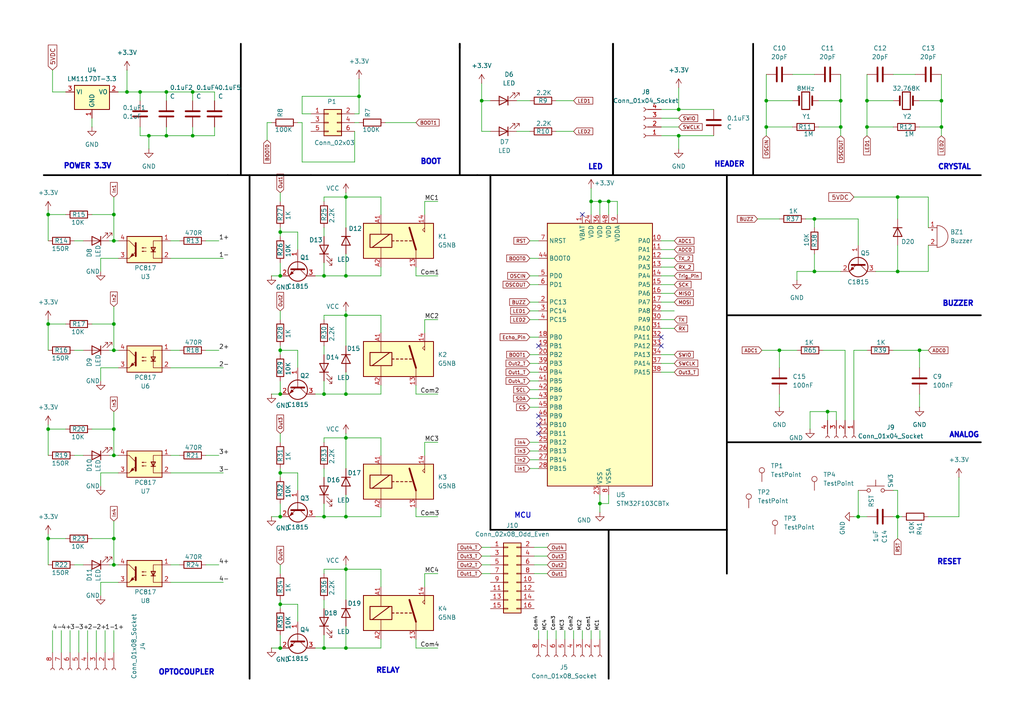
<source format=kicad_sch>
(kicad_sch (version 20250114) (generator "eeschema") (generator_version "9.0")
  (paper "A4")
  (text "BUZZER" (at 277.876 88.138 0) (effects (font (size 1.5 1.5) (thickness 0.4) (bold yes))))
  (text "HEADER" (at 211.582 47.752 0) (effects (font (size 1.5 1.5) (thickness 0.4) (bold yes))))
  (text "RESET" (at 275.336 163.068 0) (effects (font (size 1.5 1.5) (thickness 0.4) (bold yes))))
  (text "LED" (at 172.72 48.514 0) (effects (font (size 1.5 1.5) (thickness 0.4) (bold yes))))
  (text "OPTOCOUPLER" (at 54.102 195.072 0) (effects (font (size 1.5 1.5) (thickness 0.4) (bold yes))))
  (text "ANALOG" (at 279.654 126.238 0) (effects (font (size 1.5 1.5) (thickness 0.4) (bold yes))))
  (text "RELAY" (at 112.522 194.564 0) (effects (font (size 1.5 1.5) (thickness 0.4) (bold yes))))
  (text "MCU" (at 151.638 149.606 0) (effects (font (size 1.5 1.5) (thickness 0.254) (bold yes))))
  (text "BOOT" (at 124.968 46.99 0) (effects (font (size 1.5 1.5) (thickness 0.4) (bold yes))))
  (text "POWER 3.3V" (at 25.4 48.26 0) (effects (font (size 1.5 1.5) (thickness 0.4) (bold yes))))
  (text "CRYSTAL" (at 276.86 48.514 0) (effects (font (size 1.5 1.5) (thickness 0.4) (bold yes))))
  (junction (at 273.05 36.83))
  (junction (at 236.22 63.5))
  (junction (at 226.06 101.6))
  (junction (at 81.28 114.3))
  (junction (at 196.85 31.75))
  (junction (at 100.33 165.1))
  (junction (at 240.03 119.38))
  (junction (at 81.28 80.01))
  (junction (at 173.99 146.05))
  (junction (at 222.25 29.21))
  (junction (at 222.25 36.83))
  (junction (at 248.92 149.86))
  (junction (at 251.46 29.21))
  (junction (at 13.97 156.21))
  (junction (at 81.28 175.26))
  (junction (at 13.97 93.98))
  (junction (at 81.28 187.96))
  (junction (at 243.84 29.21))
  (junction (at 171.45 58.42))
  (junction (at 93.98 80.01))
  (junction (at 48.26 39.37))
  (junction (at 251.46 36.83))
  (junction (at 81.28 67.31))
  (junction (at 81.28 101.6))
  (junction (at 33.02 101.6))
  (junction (at 100.33 91.44))
  (junction (at 243.84 36.83))
  (junction (at 33.02 163.83))
  (junction (at 33.02 156.21))
  (junction (at 93.98 187.96))
  (junction (at 93.98 149.86))
  (junction (at 139.7 29.21))
  (junction (at 13.97 62.23))
  (junction (at 33.02 93.98))
  (junction (at 43.18 39.37))
  (junction (at 100.33 57.15))
  (junction (at 236.22 78.74))
  (junction (at 13.97 124.46))
  (junction (at 55.88 26.67))
  (junction (at 100.33 187.96))
  (junction (at 100.33 80.01))
  (junction (at 33.02 132.08))
  (junction (at 266.7 101.6))
  (junction (at 260.35 149.86))
  (junction (at 33.02 62.23))
  (junction (at 100.33 127))
  (junction (at 48.26 26.67))
  (junction (at 36.83 26.67))
  (junction (at 100.33 149.86))
  (junction (at 93.98 114.3))
  (junction (at 81.28 137.16))
  (junction (at 173.99 58.42))
  (junction (at 104.14 27.94))
  (junction (at 40.64 26.67))
  (junction (at 81.28 149.86))
  (junction (at 260.35 57.15))
  (junction (at 55.88 39.37))
  (junction (at 260.35 78.74))
  (junction (at 273.05 29.21))
  (junction (at 33.02 124.46))
  (junction (at 33.02 69.85))
  (junction (at 100.33 114.3))
  (junction (at 176.53 58.42))
  (junction (at 196.85 39.37))
  (no_connect (at 156.21 100.33))
  (no_connect (at 156.21 123.19))
  (no_connect (at 191.77 97.79))
  (no_connect (at 168.91 62.23))
  (no_connect (at 156.21 120.65))
  (no_connect (at 156.21 125.73))
  (no_connect (at 191.77 100.33))
  (wire (pts (xy 196.85 39.37) (xy 196.85 43.18)))
  (wire (pts (xy 269.24 149.86) (xy 278.13 149.86)))
  (wire (pts (xy 260.35 57.15) (xy 260.35 63.5)))
  (wire (pts (xy 153.67 133.35) (xy 156.21 133.35)))
  (wire (pts (xy 29.21 168.91) (xy 34.29 168.91)))
  (wire (pts (xy 29.21 110.49) (xy 29.21 106.68)))
  (wire (pts (xy 120.65 187.96) (xy 127 187.96)))
  (wire (pts (xy 86.36 175.26) (xy 81.28 175.26)))
  (wire (pts (xy 55.88 26.67) (xy 48.26 26.67)))
  (wire (pts (xy 259.08 101.6) (xy 266.7 101.6)))
  (wire (pts (xy 123.19 58.42) (xy 123.19 62.23)))
  (wire (pts (xy 176.53 62.23) (xy 176.53 58.42)))
  (wire (pts (xy 55.88 29.21) (xy 55.88 26.67)))
  (wire (pts (xy 191.77 107.95) (xy 195.58 107.95)))
  (wire (pts (xy 191.77 92.71) (xy 195.58 92.71)))
  (wire (pts (xy 139.7 166.37) (xy 142.24 166.37)))
  (wire (pts (xy 104.14 22.86) (xy 104.14 27.94)))
  (wire (pts (xy 261.62 149.86) (xy 260.35 149.86)))
  (wire (pts (xy 93.98 135.89) (xy 93.98 138.43)))
  (wire (pts (xy 26.67 156.21) (xy 33.02 156.21)))
  (wire (pts (xy 191.77 102.87) (xy 195.58 102.87)))
  (wire (pts (xy 153.67 128.27) (xy 156.21 128.27)))
  (wire (pts (xy 100.33 165.1) (xy 100.33 173.99)))
  (wire (pts (xy 120.65 114.3) (xy 127 114.3)))
  (wire (pts (xy 110.49 91.44) (xy 110.49 96.52)))
  (wire (pts (xy 266.7 36.83) (xy 273.05 36.83)))
  (wire (pts (xy 13.97 60.96) (xy 13.97 62.23)))
  (polyline (pts (xy 210.82 128.27) (xy 284.48 128.27)) (stroke (width 0.5) (type solid) (color 0 0 0 1)))
  (wire (pts (xy 234.95 119.38) (xy 234.95 124.46)))
  (wire (pts (xy 191.77 95.25) (xy 195.58 95.25)))
  (wire (pts (xy 102.87 33.02) (xy 104.14 33.02)))
  (wire (pts (xy 93.98 146.05) (xy 93.98 149.86)))
  (polyline (pts (xy 210.82 153.67) (xy 210.82 166.37)) (stroke (width 0.5) (type solid) (color 0 0 0 1)))
  (wire (pts (xy 161.29 29.21) (xy 166.37 29.21)))
  (wire (pts (xy 269.24 78.74) (xy 269.24 71.12)))
  (wire (pts (xy 173.99 62.23) (xy 173.99 58.42)))
  (wire (pts (xy 245.11 101.6) (xy 238.76 101.6)))
  (wire (pts (xy 191.77 87.63) (xy 195.58 87.63)))
  (polyline (pts (xy 210.82 50.8) (xy 210.82 153.67)) (stroke (width 0.5) (type solid) (color 0 0 0 1)))
  (wire (pts (xy 81.28 101.6) (xy 81.28 102.87)))
  (wire (pts (xy 33.02 69.85) (xy 34.29 69.85)))
  (wire (pts (xy 33.02 163.83) (xy 34.29 163.83)))
  (wire (pts (xy 161.29 182.88) (xy 161.29 185.42)))
  (wire (pts (xy 86.36 72.39) (xy 86.36 67.31)))
  (wire (pts (xy 13.97 93.98) (xy 19.05 93.98)))
  (wire (pts (xy 242.57 119.38) (xy 240.03 119.38)))
  (wire (pts (xy 171.45 58.42) (xy 171.45 62.23)))
  (wire (pts (xy 120.65 185.42) (xy 120.65 187.96)))
  (wire (pts (xy 15.24 26.67) (xy 19.05 26.67)))
  (wire (pts (xy 237.49 29.21) (xy 243.84 29.21)))
  (wire (pts (xy 87.63 33.02) (xy 87.63 27.94)))
  (wire (pts (xy 26.67 93.98) (xy 33.02 93.98)))
  (wire (pts (xy 40.64 26.67) (xy 48.26 26.67)))
  (wire (pts (xy 161.29 38.1) (xy 166.37 38.1)))
  (wire (pts (xy 154.94 161.29) (xy 158.75 161.29)))
  (wire (pts (xy 13.97 124.46) (xy 19.05 124.46)))
  (wire (pts (xy 260.35 142.24) (xy 260.35 149.86)))
  (wire (pts (xy 81.28 146.05) (xy 81.28 149.86)))
  (wire (pts (xy 102.87 35.56) (xy 104.14 35.56)))
  (polyline (pts (xy 90.17 50.8) (xy 138.43 50.8)) (stroke (width 0.5) (type solid) (color 0 0 0 1)))
  (wire (pts (xy 123.19 58.42) (xy 127 58.42)))
  (wire (pts (xy 91.44 80.01) (xy 93.98 80.01)))
  (wire (pts (xy 100.33 57.15) (xy 110.49 57.15)))
  (wire (pts (xy 33.02 182.88) (xy 33.02 189.23)))
  (wire (pts (xy 248.92 149.86) (xy 247.65 149.86)))
  (wire (pts (xy 29.21 106.68) (xy 34.29 106.68)))
  (wire (pts (xy 13.97 154.94) (xy 13.97 156.21)))
  (wire (pts (xy 236.22 63.5) (xy 236.22 66.04)))
  (wire (pts (xy 173.99 146.05) (xy 173.99 148.59)))
  (wire (pts (xy 81.28 90.17) (xy 81.28 92.71)))
  (wire (pts (xy 191.77 77.47) (xy 195.58 77.47)))
  (wire (pts (xy 110.49 127) (xy 110.49 132.08)))
  (wire (pts (xy 191.77 31.75) (xy 196.85 31.75)))
  (wire (pts (xy 158.75 182.88) (xy 158.75 185.42)))
  (wire (pts (xy 153.67 130.81) (xy 156.21 130.81)))
  (wire (pts (xy 248.92 71.12) (xy 248.92 63.5)))
  (wire (pts (xy 93.98 92.71) (xy 93.98 91.44)))
  (wire (pts (xy 33.02 101.6) (xy 34.29 101.6)))
  (wire (pts (xy 191.77 72.39) (xy 195.58 72.39)))
  (wire (pts (xy 220.98 101.6) (xy 226.06 101.6)))
  (polyline (pts (xy 142.24 50.8) (xy 142.24 153.67)) (stroke (width 0.5) (type solid) (color 0 0 0 1)))
  (polyline (pts (xy 210.82 153.67) (xy 176.53 153.67)) (stroke (width 0.5) (type solid) (color 0 0 0 1)))
  (wire (pts (xy 49.53 163.83) (xy 52.07 163.83)))
  (wire (pts (xy 266.7 101.6) (xy 266.7 106.68)))
  (wire (pts (xy 21.59 101.6) (xy 24.13 101.6)))
  (wire (pts (xy 100.33 165.1) (xy 110.49 165.1)))
  (wire (pts (xy 93.98 100.33) (xy 93.98 102.87)))
  (wire (pts (xy 93.98 66.04) (xy 93.98 68.58)))
  (wire (pts (xy 191.77 80.01) (xy 195.58 80.01)))
  (wire (pts (xy 33.02 156.21) (xy 33.02 163.83)))
  (wire (pts (xy 153.67 107.95) (xy 156.21 107.95)))
  (wire (pts (xy 191.77 34.29) (xy 196.85 34.29)))
  (wire (pts (xy 171.45 54.61) (xy 171.45 58.42)))
  (wire (pts (xy 266.7 101.6) (xy 269.24 101.6)))
  (wire (pts (xy 43.18 39.37) (xy 48.26 39.37)))
  (wire (pts (xy 153.67 135.89) (xy 156.21 135.89)))
  (wire (pts (xy 120.65 111.76) (xy 120.65 114.3)))
  (wire (pts (xy 156.21 182.88) (xy 156.21 185.42)))
  (wire (pts (xy 49.53 137.16) (xy 64.77 137.16)))
  (wire (pts (xy 55.88 39.37) (xy 48.26 39.37)))
  (wire (pts (xy 222.25 21.59) (xy 222.25 29.21)))
  (wire (pts (xy 59.69 101.6) (xy 63.5 101.6)))
  (wire (pts (xy 29.21 172.72) (xy 29.21 168.91)))
  (wire (pts (xy 21.59 69.85) (xy 24.13 69.85)))
  (wire (pts (xy 13.97 62.23) (xy 13.97 69.85)))
  (wire (pts (xy 49.53 168.91) (xy 64.77 168.91)))
  (wire (pts (xy 49.53 132.08) (xy 52.07 132.08)))
  (wire (pts (xy 273.05 36.83) (xy 273.05 39.37)))
  (wire (pts (xy 81.28 67.31) (xy 81.28 68.58)))
  (wire (pts (xy 139.7 29.21) (xy 142.24 29.21)))
  (wire (pts (xy 110.49 77.47) (xy 110.49 80.01)))
  (wire (pts (xy 153.67 105.41) (xy 156.21 105.41)))
  (wire (pts (xy 123.19 166.37) (xy 123.19 170.18)))
  (polyline (pts (xy 177.8 12.7) (xy 177.8 50.8)) (stroke (width 0.5) (type solid) (color 0 0 0 1)))
  (wire (pts (xy 25.4 182.88) (xy 25.4 189.23)))
  (wire (pts (xy 93.98 58.42) (xy 93.98 57.15)))
  (wire (pts (xy 226.06 106.68) (xy 226.06 101.6)))
  (wire (pts (xy 179.07 58.42) (xy 176.53 58.42)))
  (wire (pts (xy 111.76 35.56) (xy 120.65 35.56)))
  (wire (pts (xy 91.44 187.96) (xy 93.98 187.96)))
  (wire (pts (xy 93.98 57.15) (xy 100.33 57.15)))
  (wire (pts (xy 27.94 182.88) (xy 27.94 189.23)))
  (wire (pts (xy 222.25 29.21) (xy 222.25 36.83)))
  (polyline (pts (xy 176.53 153.67) (xy 176.53 196.85)) (stroke (width 0.5) (type solid) (color 0 0 0 1)))
  (wire (pts (xy 100.33 127) (xy 100.33 135.89)))
  (wire (pts (xy 231.14 78.74) (xy 236.22 78.74)))
  (wire (pts (xy 102.87 46.99) (xy 87.63 46.99)))
  (wire (pts (xy 91.44 114.3) (xy 93.98 114.3)))
  (wire (pts (xy 29.21 74.93) (xy 34.29 74.93)))
  (wire (pts (xy 81.28 137.16) (xy 81.28 138.43)))
  (wire (pts (xy 62.23 26.67) (xy 55.88 26.67)))
  (wire (pts (xy 81.28 100.33) (xy 81.28 101.6)))
  (wire (pts (xy 259.08 21.59) (xy 265.43 21.59)))
  (polyline (pts (xy 218.44 50.8) (xy 284.48 50.8)) (stroke (width 0.5) (type solid) (color 0 0 0 1)))
  (wire (pts (xy 142.24 38.1) (xy 139.7 38.1)))
  (polyline (pts (xy 218.44 12.7) (xy 218.44 50.8)) (stroke (width 0.5) (type solid) (color 0 0 0 1)))
  (wire (pts (xy 191.77 82.55) (xy 195.58 82.55)))
  (wire (pts (xy 100.33 127) (xy 110.49 127)))
  (polyline (pts (xy 177.8 50.8) (xy 218.44 50.8)) (stroke (width 0.5) (type solid) (color 0 0 0 1)))
  (wire (pts (xy 139.7 24.13) (xy 139.7 29.21)))
  (wire (pts (xy 93.98 110.49) (xy 93.98 114.3)))
  (wire (pts (xy 26.67 34.29) (xy 26.67 36.83)))
  (wire (pts (xy 43.18 39.37) (xy 43.18 43.18)))
  (wire (pts (xy 93.98 114.3) (xy 100.33 114.3)))
  (wire (pts (xy 33.02 151.13) (xy 33.02 156.21)))
  (wire (pts (xy 247.65 101.6) (xy 251.46 101.6)))
  (wire (pts (xy 100.33 125.73) (xy 100.33 127)))
  (wire (pts (xy 78.74 80.01) (xy 81.28 80.01)))
  (polyline (pts (xy 66.04 50.8) (xy 90.17 50.8)) (stroke (width 0.5) (type solid) (color 0 0 0 1)))
  (wire (pts (xy 245.11 121.92) (xy 245.11 101.6)))
  (wire (pts (xy 171.45 182.88) (xy 171.45 185.42)))
  (wire (pts (xy 86.36 137.16) (xy 81.28 137.16)))
  (wire (pts (xy 191.77 36.83) (xy 196.85 36.83)))
  (wire (pts (xy 173.99 182.88) (xy 173.99 185.42)))
  (wire (pts (xy 153.67 110.49) (xy 156.21 110.49)))
  (wire (pts (xy 251.46 29.21) (xy 251.46 36.83)))
  (wire (pts (xy 191.77 90.17) (xy 195.58 90.17)))
  (wire (pts (xy 77.47 35.56) (xy 77.47 40.64)))
  (wire (pts (xy 21.59 163.83) (xy 24.13 163.83)))
  (wire (pts (xy 62.23 39.37) (xy 55.88 39.37)))
  (wire (pts (xy 13.97 124.46) (xy 13.97 132.08)))
  (wire (pts (xy 100.33 181.61) (xy 100.33 187.96)))
  (wire (pts (xy 139.7 158.75) (xy 142.24 158.75)))
  (wire (pts (xy 26.67 124.46) (xy 33.02 124.46)))
  (wire (pts (xy 266.7 29.21) (xy 273.05 29.21)))
  (wire (pts (xy 40.64 29.21) (xy 40.64 26.67)))
  (wire (pts (xy 100.33 57.15) (xy 100.33 66.04)))
  (polyline (pts (xy 72.39 50.8) (xy 72.39 196.85)) (stroke (width 0.5) (type solid) (color 0 0 0 1)))
  (wire (pts (xy 240.03 121.92) (xy 240.03 119.38)))
  (wire (pts (xy 273.05 21.59) (xy 273.05 29.21)))
  (wire (pts (xy 233.68 63.5) (xy 236.22 63.5)))
  (wire (pts (xy 123.19 92.71) (xy 127 92.71)))
  (polyline (pts (xy 142.24 153.67) (xy 176.53 153.67)) (stroke (width 0.5) (type solid) (color 0 0 0 1)))
  (wire (pts (xy 104.14 27.94) (xy 104.14 33.02)))
  (wire (pts (xy 120.65 77.47) (xy 120.65 80.01)))
  (wire (pts (xy 86.36 142.24) (xy 86.36 137.16)))
  (wire (pts (xy 176.53 146.05) (xy 173.99 146.05)))
  (wire (pts (xy 49.53 101.6) (xy 52.07 101.6)))
  (wire (pts (xy 26.67 62.23) (xy 33.02 62.23)))
  (wire (pts (xy 251.46 29.21) (xy 259.08 29.21)))
  (wire (pts (xy 222.25 36.83) (xy 229.87 36.83)))
  (wire (pts (xy 86.36 180.34) (xy 86.36 175.26)))
  (wire (pts (xy 222.25 36.83) (xy 222.25 39.37)))
  (wire (pts (xy 29.21 78.74) (xy 29.21 74.93)))
  (wire (pts (xy 13.97 92.71) (xy 13.97 93.98)))
  (wire (pts (xy 154.94 166.37) (xy 158.75 166.37)))
  (wire (pts (xy 81.28 66.04) (xy 81.28 67.31)))
  (wire (pts (xy 196.85 31.75) (xy 207.01 31.75)))
  (wire (pts (xy 110.49 185.42) (xy 110.49 187.96)))
  (wire (pts (xy 13.97 123.19) (xy 13.97 124.46)))
  (wire (pts (xy 260.35 71.12) (xy 260.35 78.74)))
  (wire (pts (xy 93.98 173.99) (xy 93.98 176.53)))
  (wire (pts (xy 149.86 29.21) (xy 153.67 29.21)))
  (wire (pts (xy 33.02 57.15) (xy 33.02 62.23)))
  (wire (pts (xy 251.46 21.59) (xy 251.46 29.21)))
  (wire (pts (xy 153.67 118.11) (xy 156.21 118.11)))
  (wire (pts (xy 81.28 110.49) (xy 81.28 114.3)))
  (wire (pts (xy 154.94 158.75) (xy 158.75 158.75)))
  (wire (pts (xy 259.08 142.24) (xy 260.35 142.24)))
  (polyline (pts (xy 177.8 12.7) (xy 177.8 50.8)) (stroke (width 0.5) (type solid) (color 0 0 0 1)))
  (wire (pts (xy 260.35 57.15) (xy 269.24 57.15)))
  (wire (pts (xy 81.28 55.88) (xy 81.28 58.42)))
  (wire (pts (xy 247.65 57.15) (xy 260.35 57.15)))
  (polyline (pts (xy 133.35 12.7) (xy 133.35 50.8)) (stroke (width 0.5) (type solid) (color 0 0 0 1)))
  (wire (pts (xy 231.14 81.28) (xy 231.14 78.74)))
  (wire (pts (xy 81.28 173.99) (xy 81.28 175.26)))
  (wire (pts (xy 30.48 182.88) (xy 30.48 189.23)))
  (wire (pts (xy 20.32 182.88) (xy 20.32 189.23)))
  (wire (pts (xy 62.23 36.83) (xy 62.23 39.37)))
  (wire (pts (xy 48.26 36.83) (xy 48.26 39.37)))
  (wire (pts (xy 93.98 80.01) (xy 100.33 80.01)))
  (polyline (pts (xy 133.35 12.7) (xy 133.35 13.97)) (stroke (width 0.5) (type solid) (color 0 0 0 1)))
  (wire (pts (xy 171.45 58.42) (xy 173.99 58.42)))
  (wire (pts (xy 21.59 132.08) (xy 24.13 132.08)))
  (wire (pts (xy 31.75 69.85) (xy 33.02 69.85)))
  (wire (pts (xy 93.98 187.96) (xy 100.33 187.96)))
  (wire (pts (xy 100.33 91.44) (xy 110.49 91.44)))
  (wire (pts (xy 100.33 91.44) (xy 100.33 100.33)))
  (wire (pts (xy 153.67 74.93) (xy 156.21 74.93)))
  (wire (pts (xy 153.67 92.71) (xy 156.21 92.71)))
  (wire (pts (xy 90.17 33.02) (xy 87.63 33.02)))
  (wire (pts (xy 269.24 57.15) (xy 269.24 66.04)))
  (wire (pts (xy 49.53 74.93) (xy 64.77 74.93)))
  (wire (pts (xy 278.13 138.43) (xy 278.13 149.86)))
  (wire (pts (xy 86.36 35.56) (xy 87.63 35.56)))
  (wire (pts (xy 33.02 132.08) (xy 34.29 132.08)))
  (wire (pts (xy 93.98 149.86) (xy 100.33 149.86)))
  (wire (pts (xy 236.22 73.66) (xy 236.22 78.74)))
  (wire (pts (xy 33.02 124.46) (xy 33.02 132.08)))
  (wire (pts (xy 153.67 87.63) (xy 156.21 87.63)))
  (wire (pts (xy 266.7 114.3) (xy 266.7 118.11)))
  (wire (pts (xy 191.77 74.93) (xy 195.58 74.93)))
  (wire (pts (xy 226.06 114.3) (xy 226.06 118.11)))
  (wire (pts (xy 86.36 67.31) (xy 81.28 67.31)))
  (wire (pts (xy 36.83 26.67) (xy 40.64 26.67)))
  (wire (pts (xy 78.74 114.3) (xy 81.28 114.3)))
  (wire (pts (xy 110.49 147.32) (xy 110.49 149.86)))
  (wire (pts (xy 191.77 85.09) (xy 195.58 85.09)))
  (polyline (pts (xy 12.7 50.8) (xy 66.04 50.8)) (stroke (width 0.5) (type solid) (color 0 0 0 1)))
  (wire (pts (xy 33.02 93.98) (xy 33.02 101.6)))
  (wire (pts (xy 100.33 90.17) (xy 100.33 91.44)))
  (wire (pts (xy 260.35 149.86) (xy 259.08 149.86)))
  (wire (pts (xy 78.74 35.56) (xy 77.47 35.56)))
  (wire (pts (xy 191.77 39.37) (xy 196.85 39.37)))
  (wire (pts (xy 93.98 128.27) (xy 93.98 127)))
  (wire (pts (xy 123.19 128.27) (xy 127 128.27)))
  (wire (pts (xy 153.67 69.85) (xy 156.21 69.85)))
  (wire (pts (xy 33.02 119.38) (xy 33.02 124.46)))
  (wire (pts (xy 93.98 76.2) (xy 93.98 80.01)))
  (wire (pts (xy 110.49 165.1) (xy 110.49 170.18)))
  (wire (pts (xy 153.67 80.01) (xy 156.21 80.01)))
  (wire (pts (xy 100.33 149.86) (xy 110.49 149.86)))
  (wire (pts (xy 176.53 143.51) (xy 176.53 146.05)))
  (wire (pts (xy 31.75 132.08) (xy 33.02 132.08)))
  (wire (pts (xy 240.03 119.38) (xy 234.95 119.38)))
  (wire (pts (xy 93.98 184.15) (xy 93.98 187.96)))
  (wire (pts (xy 247.65 121.92) (xy 247.65 101.6)))
  (wire (pts (xy 196.85 39.37) (xy 207.01 39.37)))
  (wire (pts (xy 59.69 69.85) (xy 63.5 69.85)))
  (wire (pts (xy 139.7 161.29) (xy 142.24 161.29)))
  (wire (pts (xy 100.33 163.83) (xy 100.33 165.1)))
  (wire (pts (xy 237.49 36.83) (xy 243.84 36.83)))
  (wire (pts (xy 219.71 63.5) (xy 226.06 63.5)))
  (wire (pts (xy 13.97 156.21) (xy 19.05 156.21)))
  (wire (pts (xy 31.75 163.83) (xy 33.02 163.83)))
  (polyline (pts (xy 69.85 12.7) (xy 69.85 50.8)) (stroke (width 0.5) (type solid) (color 0 0 0 1)))
  (wire (pts (xy 33.02 62.23) (xy 33.02 69.85)))
  (wire (pts (xy 251.46 149.86) (xy 248.92 149.86)))
  (wire (pts (xy 40.64 36.83) (xy 40.64 39.37)))
  (wire (pts (xy 120.65 149.86) (xy 127 149.86)))
  (wire (pts (xy 123.19 92.71) (xy 123.19 96.52)))
  (wire (pts (xy 191.77 105.41) (xy 195.58 105.41)))
  (wire (pts (xy 87.63 27.94) (xy 104.14 27.94)))
  (wire (pts (xy 110.49 111.76) (xy 110.49 114.3)))
  (wire (pts (xy 179.07 62.23) (xy 179.07 58.42)))
  (wire (pts (xy 33.02 88.9) (xy 33.02 93.98)))
  (wire (pts (xy 59.69 163.83) (xy 63.5 163.83)))
  (wire (pts (xy 102.87 38.1) (xy 102.87 46.99)))
  (wire (pts (xy 91.44 149.86) (xy 93.98 149.86)))
  (wire (pts (xy 123.19 128.27) (xy 123.19 132.08)))
  (wire (pts (xy 153.67 90.17) (xy 156.21 90.17)))
  (wire (pts (xy 243.84 29.21) (xy 243.84 36.83)))
  (wire (pts (xy 153.67 82.55) (xy 156.21 82.55)))
  (wire (pts (xy 226.06 101.6) (xy 231.14 101.6)))
  (wire (pts (xy 15.24 20.32) (xy 15.24 26.67)))
  (wire (pts (xy 254 78.74) (xy 260.35 78.74)))
  (wire (pts (xy 13.97 93.98) (xy 13.97 101.6)))
  (wire (pts (xy 139.7 29.21) (xy 139.7 38.1)))
  (wire (pts (xy 81.28 175.26) (xy 81.28 176.53)))
  (wire (pts (xy 243.84 21.59) (xy 243.84 29.21)))
  (wire (pts (xy 236.22 78.74) (xy 243.84 78.74)))
  (wire (pts (xy 273.05 29.21) (xy 273.05 36.83)))
  (wire (pts (xy 81.28 135.89) (xy 81.28 137.16)))
  (wire (pts (xy 29.21 137.16) (xy 34.29 137.16)))
  (wire (pts (xy 59.69 132.08) (xy 63.5 132.08)))
  (wire (pts (xy 40.64 39.37) (xy 43.18 39.37)))
  (wire (pts (xy 78.74 149.86) (xy 81.28 149.86)))
  (wire (pts (xy 49.53 69.85) (xy 52.07 69.85)))
  (wire (pts (xy 153.67 115.57) (xy 156.21 115.57)))
  (polyline (pts (xy 138.43 50.8) (xy 177.8 50.8)) (stroke (width 0.5) (type solid) (color 0 0 0 1)))
  (wire (pts (xy 166.37 182.88) (xy 166.37 185.42)))
  (wire (pts (xy 248.92 63.5) (xy 236.22 63.5)))
  (wire (pts (xy 17.78 182.88) (xy 17.78 189.23)))
  (wire (pts (xy 100.33 114.3) (xy 110.49 114.3)))
  (wire (pts (xy 31.75 101.6) (xy 33.02 101.6)))
  (wire (pts (xy 22.86 182.88) (xy 22.86 189.23)))
  (wire (pts (xy 48.26 29.21) (xy 48.26 26.67)))
  (wire (pts (xy 55.88 36.83) (xy 55.88 39.37)))
  (wire (pts (xy 100.33 80.01) (xy 110.49 80.01)))
  (wire (pts (xy 93.98 165.1) (xy 100.33 165.1)))
  (wire (pts (xy 93.98 166.37) (xy 93.98 165.1)))
  (wire (pts (xy 153.67 113.03) (xy 156.21 113.03)))
  (wire (pts (xy 153.67 102.87) (xy 156.21 102.87)))
  (wire (pts (xy 163.83 182.88) (xy 163.83 185.42)))
  (wire (pts (xy 173.99 143.51) (xy 173.99 146.05)))
  (wire (pts (xy 81.28 163.83) (xy 81.28 166.37)))
  (wire (pts (xy 260.35 78.74) (xy 269.24 78.74)))
  (wire (pts (xy 120.65 147.32) (xy 120.65 149.86)))
  (wire (pts (xy 81.28 184.15) (xy 81.28 187.96)))
  (wire (pts (xy 251.46 36.83) (xy 259.08 36.83)))
  (wire (pts (xy 93.98 127) (xy 100.33 127)))
  (wire (pts (xy 242.57 121.92) (xy 242.57 119.38)))
  (wire (pts (xy 100.33 143.51) (xy 100.33 149.86)))
  (wire (pts (xy 176.53 58.42) (xy 173.99 58.42)))
  (wire (pts (xy 149.86 38.1) (xy 153.67 38.1)))
  (wire (pts (xy 81.28 125.73) (xy 81.28 128.27)))
  (wire (pts (xy 120.65 80.01) (xy 127 80.01)))
  (wire (pts (xy 139.7 163.83) (xy 142.24 163.83)))
  (wire (pts (xy 222.25 29.21) (xy 229.87 29.21)))
  (wire (pts (xy 251.46 36.83) (xy 251.46 39.37)))
  (polyline (pts (xy 210.82 91.44) (xy 284.48 91.44)) (stroke (width 0.5) (type solid) (color 0 0 0 1)))
  (wire (pts (xy 196.85 25.4) (xy 196.85 31.75)))
  (wire (pts (xy 93.98 91.44) (xy 100.33 91.44)))
  (wire (pts (xy 13.97 156.21) (xy 13.97 163.83)))
  (wire (pts (xy 229.87 21.59) (xy 236.22 21.59)))
  (wire (pts (xy 78.74 187.96) (xy 81.28 187.96)))
  (wire (pts (xy 100.33 73.66) (xy 100.33 80.01)))
  (wire (pts (xy 36.83 20.32) (xy 36.83 26.67)))
  (wire (pts (xy 15.24 182.88) (xy 15.24 189.23)))
  (wire (pts (xy 86.36 106.68) (xy 86.36 101.6)))
  (wire (pts (xy 86.36 101.6) (xy 81.28 101.6)))
  (wire (pts (xy 100.33 55.88) (xy 100.33 57.15)))
  (wire (pts (xy 100.33 107.95) (xy 100.33 114.3)))
  (wire (pts (xy 13.97 62.23) (xy 19.05 62.23)))
  (wire (pts (xy 110.49 57.15) (xy 110.49 62.23)))
  (wire (pts (xy 87.63 46.99) (xy 87.63 35.56)))
  (wire (pts (xy 153.67 97.79) (xy 156.21 97.79)))
  (wire (pts (xy 34.29 26.67) (xy 36.83 26.67)))
  (wire (pts (xy 168.91 182.88) (xy 168.91 185.42)))
  (wire (pts (xy 260.35 149.86) (xy 260.35 156.21)))
  (wire (pts (xy 100.33 187.96) (xy 110.49 187.96)))
  (wire (pts (xy 154.94 163.83) (xy 158.75 163.83)))
  (wire (pts (xy 29.21 140.97) (xy 29.21 137.16)))
  (wire (pts (xy 123.19 166.37) (xy 127 166.37)))
  (wire (pts (xy 62.23 29.21) (xy 62.23 26.67)))
  (wire (pts (xy 243.84 36.83) (xy 243.84 39.37)))
  (wire (pts (xy 49.53 106.68) (xy 64.77 106.68)))
  (wire (pts (xy 248.92 142.24) (xy 248.92 149.86)))
  (wire (pts (xy 81.28 76.2) (xy 81.28 80.01)))
  (wire (pts (xy 191.77 69.85) (xy 195.58 69.85)))
  (label "3+" (at 22.86 182.88 0))
  (label "Com2" (at 166.37 182.88 90) (effects (font (size 1 1))))
  (label "Com3" (at 121.92 149.86 0))
  (label "3+" (at 63.5 132.08 0))
  (label "4+" (at 63.5 163.83 0))
  (label "1+" (at 63.5 69.85 0))
  (label "1-" (at 30.48 182.88 0))
  (label "Com4" (at 156.21 182.88 90) (effects (font (size 1 1))))
  (label "2-" (at 25.4 182.88 0))
  (label "4+" (at 17.78 182.88 0))
  (label "MC2" (at 168.91 182.88 90) (effects (font (size 1 1))))
  (label "4-" (at 15.24 182.88 0))
  (label "2+" (at 27.94 182.88 0))
  (label "4-" (at 63.5 168.91 0))
  (label "Com1" (at 121.92 80.01 0))
  (label "MC1" (at 123.19 58.42 0))
  (label "3-" (at 20.32 182.88 0))
  (label "1-" (at 63.5 74.93 0))
  (label "Com1" (at 171.45 182.88 90) (effects (font (size 1 1))))
  (label "MC4" (at 158.75 182.88 90) (effects (font (size 1 1))))
  (label "Com4" (at 121.92 187.96 0))
  (label "Com3" (at 161.29 182.88 90) (effects (font (size 1 1))))
  (label "MC3" (at 163.83 182.88 90) (effects (font (size 1 1))))
  (label "MC2" (at 123.19 92.71 0))
  (label "1+" (at 33.02 182.88 0))
  (label "2+" (at 63.5 101.6 0))
  (label "3-" (at 63.5 137.16 0))
  (label "MC4" (at 123.19 166.37 0))
  (label "MC3" (at 123.19 128.27 0))
  (label "2-" (at 63.5 106.68 0))
  (label "MC1" (at 173.99 182.88 90) (effects (font (size 1 1))))
  (label "Com2" (at 121.92 114.3 0))
  (global_label "BOOT1" (shape input) (at 153.67 102.87 180) (effects (font (size 1 1))) (property "Intersheetrefs" "${INTERSHEET_REFS}" (effects (hide yes))))
  (global_label "OSCIN" (shape input) (at 153.67 80.01 180) (effects (font (size 1 1))) (property "Intersheetrefs" "${INTERSHEET_REFS}" (effects (hide yes))))
  (global_label "In2" (shape input) (at 153.67 133.35 180) (effects (font (size 1 1))) (property "Intersheetrefs" "${INTERSHEET_REFS}" (effects (hide yes))))
  (global_label "BUZZ" (shape input) (at 219.71 63.5 180) (effects (font (size 1 1))) (property "Intersheetrefs" "${INTERSHEET_REFS}" (effects (hide yes))))
  (global_label "OSCIN" (shape input) (at 222.25 39.37 270) (effects (font (size 1 1))) (property "Intersheetrefs" "${INTERSHEET_REFS}" (effects (hide yes))))
  (global_label "Out1_T" (shape input) (at 153.67 107.95 180) (effects (font (size 1 1))) (property "Intersheetrefs" "${INTERSHEET_REFS}" (effects (hide yes))))
  (global_label "Out3" (shape input) (at 158.75 161.29 0) (effects (font (size 1 1))) (property "Intersheetrefs" "${INTERSHEET_REFS}" (effects (hide yes))))
  (global_label "SCL" (shape input) (at 153.67 113.03 180) (effects (font (size 1 1))) (property "Intersheetrefs" "${INTERSHEET_REFS}" (effects (hide yes))))
  (global_label "RST" (shape input) (at 153.67 69.85 180) (effects (font (size 1 1))) (property "Intersheetrefs" "${INTERSHEET_REFS}" (effects (hide yes))))
  (global_label "5VDC" (shape input) (at 247.65 57.15 180) (property "Intersheetrefs" "${INTERSHEET_REFS}" (effects (hide yes))))
  (global_label "ADC1" (shape input) (at 220.98 101.6 180) (effects (font (size 1 1))) (property "Intersheetrefs" "${INTERSHEET_REFS}" (effects (hide yes))))
  (global_label "In4" (shape input) (at 153.67 128.27 180) (effects (font (size 1 1))) (property "Intersheetrefs" "${INTERSHEET_REFS}" (effects (hide yes))))
  (global_label "SCK" (shape input) (at 195.58 82.55 0) (effects (font (size 1 1))) (property "Intersheetrefs" "${INTERSHEET_REFS}" (effects (hide yes))))
  (global_label "In2" (shape input) (at 33.02 88.9 90) (effects (font (size 1 1))) (property "Intersheetrefs" "${INTERSHEET_REFS}" (effects (hide yes))))
  (global_label "SWIO" (shape input) (at 195.58 102.87 0) (effects (font (size 1 1))) (property "Intersheetrefs" "${INTERSHEET_REFS}" (effects (hide yes))))
  (global_label "TX_2" (shape input) (at 195.58 74.93 0) (effects (font (size 1 1))) (property "Intersheetrefs" "${INTERSHEET_REFS}" (effects (hide yes))))
  (global_label "ADC1" (shape input) (at 195.58 69.85 0) (effects (font (size 1 1))) (property "Intersheetrefs" "${INTERSHEET_REFS}" (effects (hide yes))))
  (global_label "Echo_Pin" (shape input) (at 153.67 97.79 180) (effects (font (size 1 1))) (property "Intersheetrefs" "${INTERSHEET_REFS}" (effects (hide yes))))
  (global_label "Out1" (shape input) (at 158.75 166.37 0) (effects (font (size 1 1))) (property "Intersheetrefs" "${INTERSHEET_REFS}" (effects (hide yes))))
  (global_label "RST" (shape input) (at 260.35 156.21 270) (effects (font (size 1 1))) (property "Intersheetrefs" "${INTERSHEET_REFS}" (effects (hide yes))))
  (global_label "LED1" (shape input) (at 251.46 39.37 270) (effects (font (size 1 1))) (property "Intersheetrefs" "${INTERSHEET_REFS}" (effects (hide yes))))
  (global_label "TX" (shape input) (at 195.58 92.71 0) (effects (font (size 1 1))) (property "Intersheetrefs" "${INTERSHEET_REFS}" (effects (hide yes))))
  (global_label "BOOT0" (shape input) (at 77.47 40.64 270) (effects (font (size 1 1))) (property "Intersheetrefs" "${INTERSHEET_REFS}" (effects (hide yes))))
  (global_label "In1" (shape input) (at 153.67 135.89 180) (effects (font (size 1 1))) (property "Intersheetrefs" "${INTERSHEET_REFS}" (effects (hide yes))))
  (global_label "Out2_T" (shape input) (at 153.67 105.41 180) (effects (font (size 1 1))) (property "Intersheetrefs" "${INTERSHEET_REFS}" (effects (hide yes))))
  (global_label "LED1" (shape input) (at 166.37 29.21 0) (effects (font (size 1 1))) (property "Intersheetrefs" "${INTERSHEET_REFS}" (effects (hide yes))))
  (global_label "SWCLK" (shape input) (at 196.85 36.83 0) (effects (font (size 1 1))) (property "Intersheetrefs" "${INTERSHEET_REFS}" (effects (hide yes))))
  (global_label "MOSI" (shape input) (at 195.58 87.63 0) (effects (font (size 1 1))) (property "Intersheetrefs" "${INTERSHEET_REFS}" (effects (hide yes))))
  (global_label "Out1_T" (shape input) (at 139.7 166.37 180) (effects (font (size 1 1))) (property "Intersheetrefs" "${INTERSHEET_REFS}" (effects (hide yes))))
  (global_label "MISO" (shape input) (at 195.58 85.09 0) (effects (font (size 1 1))) (property "Intersheetrefs" "${INTERSHEET_REFS}" (effects (hide yes))))
  (global_label "LED2" (shape input) (at 153.67 92.71 180) (effects (font (size 1 1))) (property "Intersheetrefs" "${INTERSHEET_REFS}" (effects (hide yes))))
  (global_label "OSCOUT" (shape input) (at 243.84 39.37 270) (effects (font (size 1 1))) (property "Intersheetrefs" "${INTERSHEET_REFS}" (effects (hide yes))))
  (global_label "Out2" (shape input) (at 158.75 163.83 0) (effects (font (size 1 1))) (property "Intersheetrefs" "${INTERSHEET_REFS}" (effects (hide yes))))
  (global_label "BOOT1" (shape input) (at 120.65 35.56 0) (effects (font (size 1 1))) (property "Intersheetrefs" "${INTERSHEET_REFS}" (effects (hide yes))))
  (global_label "RX_2" (shape input) (at 195.58 77.47 0) (effects (font (size 1 1))) (property "Intersheetrefs" "${INTERSHEET_REFS}" (effects (hide yes))))
  (global_label "In3" (shape input) (at 153.67 130.81 180) (effects (font (size 1 1))) (property "Intersheetrefs" "${INTERSHEET_REFS}" (effects (hide yes))))
  (global_label "LED1" (shape input) (at 153.67 90.17 180) (effects (font (size 1 1))) (property "Intersheetrefs" "${INTERSHEET_REFS}" (effects (hide yes))))
  (global_label "RX" (shape input) (at 195.58 95.25 0) (effects (font (size 1 1))) (property "Intersheetrefs" "${INTERSHEET_REFS}" (effects (hide yes))))
  (global_label "Out4" (shape input) (at 81.28 163.83 90) (effects (font (size 1 1))) (property "Intersheetrefs" "${INTERSHEET_REFS}" (effects (hide yes))))
  (global_label "Out4_T" (shape input) (at 153.67 110.49 180) (effects (font (size 1 1))) (property "Intersheetrefs" "${INTERSHEET_REFS}" (effects (hide yes))))
  (global_label "Out2" (shape input) (at 81.28 90.17 90) (effects (font (size 1 1))) (property "Intersheetrefs" "${INTERSHEET_REFS}" (effects (hide yes))))
  (global_label "SDA" (shape input) (at 153.67 115.57 180) (effects (font (size 1 1))) (property "Intersheetrefs" "${INTERSHEET_REFS}" (effects (hide yes))))
  (global_label "Out1" (shape input) (at 81.28 55.88 90) (effects (font (size 1 1))) (property "Intersheetrefs" "${INTERSHEET_REFS}" (effects (hide yes))))
  (global_label "SWIO" (shape input) (at 196.85 34.29 0) (effects (font (size 1 1))) (property "Intersheetrefs" "${INTERSHEET_REFS}" (effects (hide yes))))
  (global_label "ADC0" (shape input) (at 195.58 72.39 0) (effects (font (size 1 1))) (property "Intersheetrefs" "${INTERSHEET_REFS}" (effects (hide yes))))
  (global_label "LED2" (shape input) (at 273.05 39.37 270) (effects (font (size 1 1))) (property "Intersheetrefs" "${INTERSHEET_REFS}" (effects (hide yes))))
  (global_label "Out2_T" (shape input) (at 139.7 163.83 180) (effects (font (size 1 1))) (property "Intersheetrefs" "${INTERSHEET_REFS}" (effects (hide yes))))
  (global_label "ADC0" (shape input) (at 269.24 101.6 0) (effects (font (size 1 1))) (property "Intersheetrefs" "${INTERSHEET_REFS}" (effects (hide yes))))
  (global_label "In3" (shape input) (at 33.02 119.38 90) (effects (font (size 1 1))) (property "Intersheetrefs" "${INTERSHEET_REFS}" (effects (hide yes))))
  (global_label "Trig_Pin" (shape input) (at 195.58 80.01 0) (effects (font (size 1 1))) (property "Intersheetrefs" "${INTERSHEET_REFS}" (effects (hide yes))))
  (global_label "Out4_T" (shape input) (at 139.7 158.75 180) (effects (font (size 1 1))) (property "Intersheetrefs" "${INTERSHEET_REFS}" (effects (hide yes))))
  (global_label "CS" (shape input) (at 153.67 118.11 180) (effects (font (size 1 1))) (property "Intersheetrefs" "${INTERSHEET_REFS}" (effects (hide yes))))
  (global_label "5VDC" (shape input) (at 15.24 20.32 90) (property "Intersheetrefs" "${INTERSHEET_REFS}" (effects (hide yes))))
  (global_label "In4" (shape input) (at 33.02 151.13 90) (effects (font (size 1 1))) (property "Intersheetrefs" "${INTERSHEET_REFS}" (effects (hide yes))))
  (global_label "In1" (shape input) (at 33.02 57.15 90) (effects (font (size 1 1))) (property "Intersheetrefs" "${INTERSHEET_REFS}" (effects (hide yes))))
  (global_label "Out3_T" (shape input) (at 195.58 107.95 0) (effects (font (size 1 1))) (property "Intersheetrefs" "${INTERSHEET_REFS}" (effects (hide yes))))
  (global_label "Out3_T" (shape input) (at 139.7 161.29 180) (effects (font (size 1 1))) (property "Intersheetrefs" "${INTERSHEET_REFS}" (effects (hide yes))))
  (global_label "OSCOUT" (shape input) (at 153.67 82.55 180) (effects (font (size 1 1))) (property "Intersheetrefs" "${INTERSHEET_REFS}" (effects (hide yes))))
  (global_label "SWCLK" (shape input) (at 195.58 105.41 0) (effects (font (size 1 1))) (property "Intersheetrefs" "${INTERSHEET_REFS}" (effects (hide yes))))
  (global_label "BUZZ" (shape input) (at 153.67 87.63 180) (effects (font (size 1 1))) (property "Intersheetrefs" "${INTERSHEET_REFS}" (effects (hide yes))))
  (global_label "Out3" (shape input) (at 81.28 125.73 90) (effects (font (size 1 1))) (property "Intersheetrefs" "${INTERSHEET_REFS}" (effects (hide yes))))
  (global_label "BOOT0" (shape input) (at 153.67 74.93 180) (effects (font (size 1 1))) (property "Intersheetrefs" "${INTERSHEET_REFS}" (effects (hide yes))))
  (global_label "LED2" (shape input) (at 166.37 38.1 0) (effects (font (size 1 1))) (property "Intersheetrefs" "${INTERSHEET_REFS}" (effects (hide yes))))
  (global_label "Out4" (shape input) (at 158.75 158.75 0) (effects (font (size 1 1))) (property "Intersheetrefs" "${INTERSHEET_REFS}" (effects (hide yes))))
  (symbol (lib_id "Device:LED") (at 27.94 101.6 180) (unit 1)
    (property "Reference" "D9" (at 25.908 106.426 90) (effects (justify right)))
    (property "Value" "LED" (at 28.448 106.426 90) (effects (justify right)))
    (property "Footprint" "Inductor_SMD:L_0805_2012Metric_Pad1.15x1.40mm_HandSolder" (effects (hide yes)))
    (property "Description" "Light emitting diode" (effects (hide yes)))
    (property "Sim.Pins" "1=K 2=A" (effects (hide yes)))
  )
  (symbol (lib_id "Device:R") (at 55.88 132.08 270) (unit 1)
    (property "Reference" "R21" (at 55.88 132.08 90))
    (property "Value" "470R" (at 56.134 129.794 90))
    (property "Footprint" "Resistor_SMD:R_0805_2012Metric_Pad1.20x1.40mm_HandSolder" (effects (hide yes)))
    (property "Description" "Resistor" (effects (hide yes)))
  )
  (symbol (lib_id "Device:R") (at 81.28 96.52 180) (unit 1)
    (property "Reference" "R28" (at 81.28 96.52 90))
    (property "Value" "1K" (at 83.566 96.774 90))
    (property "Footprint" "Resistor_SMD:R_0805_2012Metric_Pad1.20x1.40mm_HandSolder" (effects (hide yes)))
    (property "Description" "Resistor" (effects (hide yes)))
  )
  (symbol (lib_id "Device:Buzzer") (at 271.78 68.58 0) (unit 1)
    (property "Reference" "BZ1" (at 275.59 67.3099 0) (effects (justify left)))
    (property "Value" "Buzzer" (at 275.59 69.8499 0) (effects (justify left)))
    (property "Footprint" "Buzzer_Beeper:Buzzer_12x9.5RM7.6" (effects (hide yes)))
    (property "Description" "Buzzer, polarized" (effects (hide yes)))
  )
  (symbol (lib_id "Relay:G5NB") (at 115.57 104.14 0) (unit 1)
    (property "Reference" "K2" (at 127 102.87 0) (effects (justify left)))
    (property "Value" "G5NB" (at 127 105.41 0) (effects (justify left)))
    (property "Footprint" "Relay_THT:Relay_SPST_Omron_G5NB" (effects (hide yes)))
    (property "Datasheet" "https://omronfs.omron.com/en_US/ecb/products/pdf/en-g5nb_el.pdf" (effects (hide yes)))
    (property "Description" "PCB Power Relay, SPST-NO, 7A (250 VAC), 5A (30 VDC)" (effects (hide yes)))
  )
  (symbol (lib_id "Device:R") (at 236.22 69.85 0) (unit 1)
    (property "Reference" "R38" (at 236.22 69.85 90))
    (property "Value" "10K" (at 233.934 69.596 90))
    (property "Footprint" "Resistor_SMD:R_0805_2012Metric_Pad1.20x1.40mm_HandSolder" (effects (hide yes)))
    (property "Description" "Resistor" (effects (hide yes)))
  )
  (symbol (lib_id "Device:C") (at 48.26 33.02 0) (unit 1)
    (property "Reference" "0.1uF2" (at 49.276 25.4 0) (effects (justify left)))
    (property "Value" "C" (at 49.276 27.94 0) (effects (justify left)))
    (property "Footprint" "Capacitor_SMD:C_0805_2012Metric_Pad1.18x1.45mm_HandSolder" (effects (hide yes)))
    (property "Description" "Unpolarized capacitor" (effects (hide yes)))
  )
  (symbol (lib_id "Device:C") (at 255.27 21.59 90) (unit 1)
    (property "Reference" "C12" (at 255.27 13.97 90))
    (property "Value" "20pF" (at 255.27 16.51 90))
    (property "Footprint" "Capacitor_SMD:C_0603_1608Metric_Pad1.08x0.95mm_HandSolder" (effects (hide yes)))
    (property "Description" "Unpolarized capacitor" (effects (hide yes)))
  )
  (symbol (lib_id "Device:R") (at 22.86 124.46 90) (unit 1)
    (property "Reference" "R20" (at 22.86 124.46 90))
    (property "Value" "10K" (at 22.606 126.746 90))
    (property "Footprint" "Resistor_SMD:R_0805_2012Metric_Pad1.20x1.40mm_HandSolder" (effects (hide yes)))
    (property "Description" "Resistor" (effects (hide yes)))
  )
  (symbol (lib_id "Transistor_BJT:SS8050") (at 86.36 185.42 270) (unit 1)
    (property "Reference" "Q4" (at 88.392 182.626 90))
    (property "Value" "C1815" (at 86.36 191.008 90))
    (property "Footprint" "Package_TO_SOT_SMD:SOT-23" (effects (hide yes)))
    (property "Datasheet" "http://www.secosgmbh.com/datasheet/products/SSMPTransistor/SOT-23/SS8050.pdf" (effects (hide yes)))
    (property "Description" "General Purpose NPN Transistor, 1.5A Ic, 25V Vce, SOT-23" (effects (hide yes)))
  )
  (symbol (lib_id "power:GND") (at 78.74 80.01 0) (unit 1)
    (property "Reference" "#PWR028" (effects (hide yes)))
    (property "Value" "GND" (at 82.042 83.312 0))
    (property "Description" "Power symbol creates a global label with name \"GND\" , ground" (effects (hide yes)))
  )
  (symbol (lib_id "Device:R") (at 157.48 29.21 270) (unit 1)
    (property "Reference" "R9" (at 157.48 29.21 90))
    (property "Value" "2.2K" (at 157.734 26.924 90))
    (property "Footprint" "Resistor_SMD:R_0805_2012Metric_Pad1.20x1.40mm_HandSolder" (effects (hide yes)))
    (property "Description" "Resistor" (effects (hide yes)))
  )
  (symbol (lib_id "Device:C") (at 207.01 35.56 0) (unit 1)
    (property "Reference" "0.1uF3" (at 210.82 34.29 0) (effects (justify left)))
    (property "Value" "C" (at 210.82 36.83 0) (effects (justify left)))
    (property "Footprint" "Capacitor_SMD:C_0805_2012Metric_Pad1.18x1.45mm_HandSolder" (effects (hide yes)))
    (property "Description" "Unpolarized capacitor" (effects (hide yes)))
  )
  (symbol (lib_id "Device:R") (at 81.28 132.08 180) (unit 1)
    (property "Reference" "R31" (at 81.28 132.08 90))
    (property "Value" "1K" (at 83.566 132.334 90))
    (property "Footprint" "Resistor_SMD:R_0805_2012Metric_Pad1.20x1.40mm_HandSolder" (effects (hide yes)))
    (property "Description" "Resistor" (effects (hide yes)))
  )
  (symbol (lib_id "power:VCC") (at 100.33 90.17 0) (unit 1)
    (property "Reference" "#PWR018" (effects (hide yes)))
    (property "Value" "VCC" (at 96.52 88.9 0))
    (property "Description" "Power symbol creates a global label with name \"VCC\"" (effects (hide yes)))
  )
  (symbol (lib_id "Connector:Conn_01x08_Socket") (at 166.37 190.5 270) (unit 1)
    (property "Reference" "J5" (at 163.576 193.548 90))
    (property "Value" "Conn_01x08_Socket" (at 163.576 196.088 90))
    (property "Footprint" "TerminalBlock:TerminalBlock_bornier-8_P5.08mm" (effects (hide yes)))
    (property "Description" "Generic connector, single row, 01x08, script generated" (effects (hide yes)))
  )
  (symbol (lib_id "power:+3.3V") (at 196.85 25.4 0) (unit 1)
    (property "Reference" "#PWR016" (effects (hide yes)))
    (property "Value" "+3.3V" (at 196.85 20.32 0))
    (property "Description" "Power symbol creates a global label with name \"+3.3V\"" (effects (hide yes)))
  )
  (symbol (lib_id "power:+3.3V") (at 13.97 123.19 0) (unit 1)
    (property "Reference" "#PWR023" (effects (hide yes)))
    (property "Value" "+3.3V" (at 13.97 118.11 0))
    (property "Description" "Power symbol creates a global label with name \"+3.3V\"" (effects (hide yes)))
  )
  (symbol (lib_id "power:GND") (at 29.21 172.72 0) (unit 1)
    (property "Reference" "#PWR026" (effects (hide yes)))
    (property "Value" "GND" (at 26.924 172.72 0))
    (property "Description" "Power symbol creates a global label with name \"GND\" , ground" (effects (hide yes)))
  )
  (symbol (lib_id "Device:R") (at 81.28 142.24 180) (unit 1)
    (property "Reference" "R32" (at 81.28 142.24 90))
    (property "Value" "10K" (at 83.566 142.494 90))
    (property "Footprint" "Resistor_SMD:R_0805_2012Metric_Pad1.20x1.40mm_HandSolder" (effects (hide yes)))
    (property "Description" "Resistor" (effects (hide yes)))
  )
  (symbol (lib_id "Device:C") (at 226.06 110.49 180) (unit 1)
    (property "Reference" "C15" (at 229.87 109.2199 0) (effects (justify right)))
    (property "Value" "100nF" (at 229.87 111.7599 0) (effects (justify right)))
    (property "Footprint" "Capacitor_SMD:C_0603_1608Metric_Pad1.08x0.95mm_HandSolder" (effects (hide yes)))
    (property "Description" "Unpolarized capacitor" (effects (hide yes)))
  )
  (symbol (lib_id "Isolator:Optocoupler_DC_PhotoNPN_AKEC") (at 41.91 72.39 0) (mirror y) (unit 1)
    (property "Reference" "U3" (at 42.164 80.264 0))
    (property "Value" "PC817" (at 42.164 77.724 0))
    (property "Footprint" "Package_DIP:DIP-4_W7.62mm" (effects (hide yes)))
    (property "Description" "Generic DC optocoupler with NPN phototransistor output, pins order: anode/cathode/emitter/collector" (effects (hide yes)))
  )
  (symbol (lib_id "power:GND") (at 43.18 43.18 0) (unit 1)
    (property "Reference" "#PWR09" (effects (hide yes)))
    (property "Value" "GND" (at 43.18 48.26 0))
    (property "Description" "Power symbol creates a global label with name \"GND\" , ground" (effects (hide yes)))
  )
  (symbol (lib_id "Device:LED") (at 146.05 38.1 180) (unit 1)
    (property "Reference" "D7" (at 146.304 41.148 0))
    (property "Value" "LED" (at 146.304 43.688 0))
    (property "Footprint" "Inductor_SMD:L_0805_2012Metric_Pad1.15x1.40mm_HandSolder" (effects (hide yes)))
    (property "Description" "Light emitting diode" (effects (hide yes)))
    (property "Sim.Pins" "1=K 2=A" (effects (hide yes)))
  )
  (symbol (lib_id "Device:R") (at 17.78 163.83 90) (unit 1)
    (property "Reference" "R22" (at 17.78 163.83 90))
    (property "Value" "150R" (at 17.526 166.116 90))
    (property "Footprint" "Resistor_SMD:R_0805_2012Metric_Pad1.20x1.40mm_HandSolder" (effects (hide yes)))
    (property "Description" "Resistor" (effects (hide yes)))
  )
  (symbol (lib_id "Transistor_BJT:SS8050") (at 86.36 111.76 270) (unit 1)
    (property "Reference" "Q2" (at 88.392 108.966 90))
    (property "Value" "C1815" (at 86.36 117.348 90))
    (property "Footprint" "Package_TO_SOT_SMD:SOT-23" (effects (hide yes)))
    (property "Datasheet" "http://www.secosgmbh.com/datasheet/products/SSMPTransistor/SOT-23/SS8050.pdf" (effects (hide yes)))
    (property "Description" "General Purpose NPN Transistor, 1.5A Ic, 25V Vce, SOT-23" (effects (hide yes)))
  )
  (symbol (lib_id "Connector:Conn_01x04_Socket") (at 186.69 36.83 180) (unit 1)
    (property "Reference" "J8" (at 187.325 26.67 0))
    (property "Value" "Conn_01x04_Socket" (at 187.325 29.21 0))
    (property "Footprint" "Connector_PinHeader_2.54mm:PinHeader_1x04_P2.54mm_Vertical" (effects (hide yes)))
    (property "Description" "Generic connector, single row, 01x04, script generated" (effects (hide yes)))
  )
  (symbol (lib_id "Isolator:Optocoupler_DC_PhotoNPN_AKEC") (at 41.91 134.62 0) (mirror y) (unit 1)
    (property "Reference" "U7" (at 42.164 142.494 0))
    (property "Value" "PC817" (at 42.164 139.954 0))
    (property "Footprint" "Package_DIP:DIP-4_W7.62mm" (effects (hide yes)))
    (property "Description" "Generic DC optocoupler with NPN phototransistor output, pins order: anode/cathode/emitter/collector" (effects (hide yes)))
  )
  (symbol (lib_id "power:+3.3V") (at 139.7 24.13 0) (unit 1)
    (property "Reference" "#PWR010" (effects (hide yes)))
    (property "Value" "+3.3V" (at 139.7 19.05 0))
    (property "Description" "Power symbol creates a global label with name \"+3.3V\"" (effects (hide yes)))
  )
  (symbol (lib_id "power:+3.3V") (at 278.13 138.43 0) (unit 1)
    (property "Reference" "#PWR037" (effects (hide yes)))
    (property "Value" "+3.3V" (at 278.13 133.35 0))
    (property "Description" "Power symbol creates a global label with name \"+3.3V\"" (effects (hide yes)))
  )
  (symbol (lib_id "Device:LED") (at 146.05 29.21 180) (unit 1)
    (property "Reference" "D6" (at 147.6375 21.59 0))
    (property "Value" "LED" (at 147.6375 24.13 0))
    (property "Footprint" "Inductor_SMD:L_0805_2012Metric_Pad1.15x1.40mm_HandSolder" (effects (hide yes)))
    (property "Description" "Light emitting diode" (effects (hide yes)))
    (property "Sim.Pins" "1=K 2=A" (effects (hide yes)))
  )
  (symbol (lib_id "Transistor_BJT:SS8050") (at 86.36 147.32 270) (unit 1)
    (property "Reference" "Q3" (at 88.392 144.526 90))
    (property "Value" "C1815" (at 86.36 152.908 90))
    (property "Footprint" "Package_TO_SOT_SMD:SOT-23" (effects (hide yes)))
    (property "Datasheet" "http://www.secosgmbh.com/datasheet/products/SSMPTransistor/SOT-23/SS8050.pdf" (effects (hide yes)))
    (property "Description" "General Purpose NPN Transistor, 1.5A Ic, 25V Vce, SOT-23" (effects (hide yes)))
  )
  (symbol (lib_id "Device:LED") (at 93.98 180.34 90) (unit 1)
    (property "Reference" "D18" (at 93.98 177.8 90) (effects (justify right)))
    (property "Value" "LED" (at 97.79 183.1975 90) (effects (justify right)))
    (property "Footprint" "Inductor_SMD:L_0805_2012Metric_Pad1.15x1.40mm_HandSolder" (effects (hide yes)))
    (property "Description" "Light emitting diode" (effects (hide yes)))
    (property "Sim.Pins" "1=K 2=A" (effects (hide yes)))
  )
  (symbol (lib_id "Device:D") (at 100.33 69.85 270) (unit 1)
    (property "Reference" "D12" (at 101.092 66.294 90) (effects (justify left)))
    (property "Value" "D" (effects (hide yes)))
    (property "Footprint" "Diode_SMD:D_SMA" (effects (hide yes)))
    (property "Description" "Diode" (effects (hide yes)))
    (property "Sim.Device" "D" (effects (hide yes)))
    (property "Sim.Pins" "1=K 2=A" (effects (hide yes)))
  )
  (symbol (lib_id "Transistor_BJT:SS8050") (at 248.92 76.2 270) (unit 1)
    (property "Reference" "Q5" (at 250.952 73.406 90))
    (property "Value" "C1815" (at 248.92 81.788 90))
    (property "Footprint" "Package_TO_SOT_SMD:SOT-23" (effects (hide yes)))
    (property "Datasheet" "http://www.secosgmbh.com/datasheet/products/SSMPTransistor/SOT-23/SS8050.pdf" (effects (hide yes)))
    (property "Description" "General Purpose NPN Transistor, 1.5A Ic, 25V Vce, SOT-23" (effects (hide yes)))
  )
  (symbol (lib_id "Device:R") (at 262.89 36.83 90) (unit 1)
    (property "Reference" "R12" (at 264.668 36.83 90) (effects (justify left)))
    (property "Value" "1M" (at 265.176 38.862 90) (effects (justify left)))
    (property "Footprint" "Resistor_SMD:R_0603_1608Metric_Pad0.98x0.95mm_HandSolder" (effects (hide yes)))
    (property "Description" "Resistor" (effects (hide yes)))
  )
  (symbol (lib_id "Connector:TestPoint") (at 220.98 139.7 0) (unit 1)
    (property "Reference" "TP1" (at 223.52 135.1279 0) (effects (justify left)))
    (property "Value" "TestPoint" (at 223.52 137.6679 0) (effects (justify left)))
    (property "Footprint" "TestPoint:TestPoint_Plated_Hole_D4.0mm" (effects (hide yes)))
    (property "Description" "test point" (effects (hide yes)))
  )
  (symbol (lib_id "power:GND") (at 78.74 114.3 0) (unit 1)
    (property "Reference" "#PWR015" (effects (hide yes)))
    (property "Value" "GND" (at 82.042 117.602 0))
    (property "Description" "Power symbol creates a global label with name \"GND\" , ground" (effects (hide yes)))
  )
  (symbol (lib_id "Device:Crystal") (at 233.68 29.21 180) (unit 1)
    (property "Reference" "Y1" (at 233.934 33.782 0))
    (property "Value" "8MHz" (at 233.68 25.654 0))
    (property "Footprint" "Crystal:Crystal_HC49-U_Vertical" (effects (hide yes)))
    (property "Description" "Two pin crystal" (effects (hide yes)))
  )
  (symbol (lib_id "Device:D") (at 100.33 177.8 270) (unit 1)
    (property "Reference" "D19" (at 100.838 175.006 90) (effects (justify left)))
    (property "Value" "D" (effects (hide yes)))
    (property "Footprint" "Diode_SMD:D_SMA" (effects (hide yes)))
    (property "Description" "Diode" (effects (hide yes)))
    (property "Sim.Device" "D" (effects (hide yes)))
    (property "Sim.Pins" "1=K 2=A" (effects (hide yes)))
  )
  (symbol (lib_id "Device:R") (at 17.78 101.6 90) (unit 1)
    (property "Reference" "R16" (at 17.78 101.6 90))
    (property "Value" "150R" (at 17.526 103.886 90))
    (property "Footprint" "Resistor_SMD:R_0805_2012Metric_Pad1.20x1.40mm_HandSolder" (effects (hide yes)))
    (property "Description" "Resistor" (effects (hide yes)))
  )
  (symbol (lib_id "power:GND") (at 231.14 81.28 0) (unit 1)
    (property "Reference" "#PWR011" (effects (hide yes)))
    (property "Value" "GND" (at 231.14 86.36 0))
    (property "Description" "Power symbol creates a global label with name \"GND\" , ground" (effects (hide yes)))
  )
  (symbol (lib_id "power:GND") (at 78.74 149.86 0) (unit 1)
    (property "Reference" "#PWR029" (effects (hide yes)))
    (property "Value" "GND" (at 82.042 153.162 0))
    (property "Description" "Power symbol creates a global label with name \"GND\" , ground" (effects (hide yes)))
  )
  (symbol (lib_id "Device:R") (at 55.88 163.83 270) (unit 1)
    (property "Reference" "R24" (at 55.88 163.83 90))
    (property "Value" "470R" (at 56.134 161.544 90))
    (property "Footprint" "Resistor_SMD:R_0805_2012Metric_Pad1.20x1.40mm_HandSolder" (effects (hide yes)))
    (property "Description" "Resistor" (effects (hide yes)))
  )
  (symbol (lib_id "Device:R") (at 265.43 149.86 270) (unit 1)
    (property "Reference" "R41" (at 266.7 151.384 0) (effects (justify left)))
    (property "Value" "10K" (at 264.414 151.13 0) (effects (justify left)))
    (property "Footprint" "Resistor_SMD:R_0603_1608Metric_Pad0.98x0.95mm_HandSolder" (effects (hide yes)))
    (property "Description" "Resistor" (effects (hide yes)))
  )
  (symbol (lib_id "Device:R") (at 234.95 101.6 90) (mirror x) (unit 1)
    (property "Reference" "R65" (at 234.95 101.6 90))
    (property "Value" "1K" (at 234.696 99.314 90))
    (property "Footprint" "Resistor_SMD:R_0805_2012Metric_Pad1.20x1.40mm_HandSolder" (effects (hide yes)))
    (property "Description" "Resistor" (effects (hide yes)))
  )
  (symbol (lib_id "Device:LED") (at 93.98 106.68 90) (unit 1)
    (property "Reference" "D14" (at 94.488 103.632 90) (effects (justify right)))
    (property "Value" "LED" (at 97.79 109.5375 90) (effects (justify right)))
    (property "Footprint" "Inductor_SMD:L_0805_2012Metric_Pad1.15x1.40mm_HandSolder" (effects (hide yes)))
    (property "Description" "Light emitting diode" (effects (hide yes)))
    (property "Sim.Pins" "1=K 2=A" (effects (hide yes)))
  )
  (symbol (lib_id "Device:R") (at 22.86 156.21 90) (unit 1)
    (property "Reference" "R23" (at 22.86 156.21 90))
    (property "Value" "10K" (at 22.606 158.496 90))
    (property "Footprint" "Resistor_SMD:R_0805_2012Metric_Pad1.20x1.40mm_HandSolder" (effects (hide yes)))
    (property "Description" "Resistor" (effects (hide yes)))
  )
  (symbol (lib_id "Device:R") (at 81.28 170.18 180) (unit 1)
    (property "Reference" "R34" (at 81.28 170.18 90))
    (property "Value" "1K" (at 83.566 170.434 90))
    (property "Footprint" "Resistor_SMD:R_0805_2012Metric_Pad1.20x1.40mm_HandSolder" (effects (hide yes)))
    (property "Description" "Resistor" (effects (hide yes)))
  )
  (symbol (lib_id "Device:R") (at 233.68 36.83 90) (unit 1)
    (property "Reference" "R11" (at 235.458 36.83 90) (effects (justify left)))
    (property "Value" "1M" (at 235.966 38.862 90) (effects (justify left)))
    (property "Footprint" "Resistor_SMD:R_0603_1608Metric_Pad0.98x0.95mm_HandSolder" (effects (hide yes)))
    (property "Description" "Resistor" (effects (hide yes)))
  )
  (symbol (lib_id "power:+3.3V") (at 171.45 54.61 0) (unit 1)
    (property "Reference" "#PWR035" (effects (hide yes)))
    (property "Value" "+3.3V" (at 175.26 53.086 0))
    (property "Description" "Power symbol creates a global label with name \"+3.3V\"" (effects (hide yes)))
  )
  (symbol (lib_id "Device:R") (at 93.98 96.52 180) (unit 1)
    (property "Reference" "R30" (at 93.98 96.52 90))
    (property "Value" "2.2K" (at 96.266 96.774 90))
    (property "Footprint" "Resistor_SMD:R_0805_2012Metric_Pad1.20x1.40mm_HandSolder" (effects (hide yes)))
    (property "Description" "Resistor" (effects (hide yes)))
  )
  (symbol (lib_id "power:GND") (at 234.95 124.46 0) (unit 1)
    (property "Reference" "#PWR053" (effects (hide yes)))
    (property "Value" "GND" (at 230.886 127 0))
    (property "Description" "Power symbol creates a global label with name \"GND\" , ground" (effects (hide yes)))
  )
  (symbol (lib_id "Transistor_BJT:SS8050") (at 86.36 77.47 270) (unit 1)
    (property "Reference" "Q1" (at 88.392 74.676 90))
    (property "Value" "C1815" (at 86.36 83.058 90))
    (property "Footprint" "Package_TO_SOT_SMD:SOT-23" (effects (hide yes)))
    (property "Datasheet" "http://www.secosgmbh.com/datasheet/products/SSMPTransistor/SOT-23/SS8050.pdf" (effects (hide yes)))
    (property "Description" "General Purpose NPN Transistor, 1.5A Ic, 25V Vce, SOT-23" (effects (hide yes)))
  )
  (symbol (lib_id "power:+3.3V") (at 13.97 154.94 0) (unit 1)
    (property "Reference" "#PWR025" (effects (hide yes)))
    (property "Value" "+3.3V" (at 13.97 149.86 0))
    (property "Description" "Power symbol creates a global label with name \"+3.3V\"" (effects (hide yes)))
  )
  (symbol (lib_id "Device:R") (at 93.98 170.18 180) (unit 1)
    (property "Reference" "R36" (at 93.98 170.18 90))
    (property "Value" "2.2K" (at 96.266 170.434 90))
    (property "Footprint" "Resistor_SMD:R_0805_2012Metric_Pad1.20x1.40mm_HandSolder" (effects (hide yes)))
    (property "Description" "Resistor" (effects (hide yes)))
  )
  (symbol (lib_id "Device:R") (at 93.98 62.23 180) (unit 1)
    (property "Reference" "R25" (at 93.98 62.23 90))
    (property "Value" "2.2K" (at 96.266 62.484 90))
    (property "Footprint" "Resistor_SMD:R_0805_2012Metric_Pad1.20x1.40mm_HandSolder" (effects (hide yes)))
    (property "Description" "Resistor" (effects (hide yes)))
  )
  (symbol (lib_id "Device:D") (at 100.33 139.7 270) (unit 1)
    (property "Reference" "D17" (at 100.838 137.16 90) (effects (justify left)))
    (property "Value" "D" (effects (hide yes)))
    (property "Footprint" "Diode_SMD:D_SMA" (effects (hide yes)))
    (property "Description" "Diode" (effects (hide yes)))
    (property "Sim.Device" "D" (effects (hide yes)))
    (property "Sim.Pins" "1=K 2=A" (effects (hide yes)))
  )
  (symbol (lib_id "power:GND") (at 173.99 148.59 0) (unit 1)
    (property "Reference" "#PWR036" (effects (hide yes)))
    (property "Value" "GND" (at 169.418 150.876 0))
    (property "Description" "Power symbol creates a global label with name \"GND\" , ground" (effects (hide yes)))
  )
  (symbol (lib_id "Relay:G5NB") (at 115.57 177.8 0) (unit 1)
    (property "Reference" "K4" (at 127 176.53 0) (effects (justify left)))
    (property "Value" "G5NB" (at 127 179.07 0) (effects (justify left)))
    (property "Footprint" "Relay_THT:Relay_SPST_Omron_G5NB" (effects (hide yes)))
    (property "Datasheet" "https://omronfs.omron.com/en_US/ecb/products/pdf/en-g5nb_el.pdf" (effects (hide yes)))
    (property "Description" "PCB Power Relay, SPST-NO, 7A (250 VAC), 5A (30 VDC)" (effects (hide yes)))
  )
  (symbol (lib_id "power:+3.3V") (at 13.97 60.96 0) (unit 1)
    (property "Reference" "#PWR020" (effects (hide yes)))
    (property "Value" "+3.3V" (at 13.97 55.88 0))
    (property "Description" "Power symbol creates a global label with name \"+3.3V\"" (effects (hide yes)))
  )
  (symbol (lib_id "Device:C") (at 226.06 21.59 90) (unit 1)
    (property "Reference" "C10" (at 226.06 13.97 90))
    (property "Value" "20pF" (at 226.06 16.51 90))
    (property "Footprint" "Capacitor_SMD:C_0603_1608Metric_Pad1.08x0.95mm_HandSolder" (effects (hide yes)))
    (property "Description" "Unpolarized capacitor" (effects (hide yes)))
  )
  (symbol (lib_id "Device:R") (at 81.28 72.39 180) (unit 1)
    (property "Reference" "R26" (at 81.28 72.39 90))
    (property "Value" "10K" (at 83.566 72.644 90))
    (property "Footprint" "Resistor_SMD:R_0805_2012Metric_Pad1.20x1.40mm_HandSolder" (effects (hide yes)))
    (property "Description" "Resistor" (effects (hide yes)))
  )
  (symbol (lib_id "Device:C") (at 55.88 33.02 0) (unit 1)
    (property "Reference" "0.1uF4" (at 56.896 25.4 0) (effects (justify left)))
    (property "Value" "C" (at 56.896 27.94 0) (effects (justify left)))
    (property "Footprint" "Capacitor_SMD:C_0805_2012Metric_Pad1.18x1.45mm_HandSolder" (effects (hide yes)))
    (property "Description" "Unpolarized capacitor" (effects (hide yes)))
  )
  (symbol (lib_id "Switch:SW_Push") (at 254 142.24 0) (unit 1)
    (property "Reference" "SW3" (at 258.318 137.414 90) (effects (justify right)))
    (property "Value" "RST" (at 252.73 143.51 90) (effects (justify right)))
    (property "Footprint" "Button_Switch_SMD:SW_DIP_SPSTx01_Slide_6.7x4.1mm_W6.73mm_P2.54mm_LowProfile_JPin" (effects (hide yes)))
    (property "Description" "Push button switch, generic, two pins" (effects (hide yes)))
  )
  (symbol (lib_id "Connector_Generic:Conn_02x08_Odd_Even") (at 147.32 166.37 0) (unit 1)
    (property "Reference" "J10" (at 148.59 152.4 0))
    (property "Value" "Conn_02x08_Odd_Even" (at 148.59 154.94 0))
    (property "Footprint" "Connector_PinHeader_2.54mm:PinHeader_2x08_P2.54mm_Vertical" (effects (hide yes)))
    (property "Description" "Generic connector, double row, 02x08, odd/even pin numbering scheme (row 1 odd numbers, row 2 even numbers), script generated (kicad-library-utils/schlib/autogen/connector/)" (effects (hide yes)))
  )
  (symbol (lib_id "Device:R") (at 81.28 62.23 180) (unit 1)
    (property "Reference" "R27" (at 81.28 62.23 90))
    (property "Value" "1K" (at 83.566 62.484 90))
    (property "Footprint" "Resistor_SMD:R_0805_2012Metric_Pad1.20x1.40mm_HandSolder" (effects (hide yes)))
    (property "Description" "Resistor" (effects (hide yes)))
  )
  (symbol (lib_id "Connector:TestPoint") (at 236.22 142.24 0) (unit 1)
    (property "Reference" "TP4" (at 238.76 137.6679 0) (effects (justify left)))
    (property "Value" "TestPoint" (at 238.76 140.2079 0) (effects (justify left)))
    (property "Footprint" "TestPoint:TestPoint_Plated_Hole_D4.0mm" (effects (hide yes)))
    (property "Description" "test point" (effects (hide yes)))
  )
  (symbol (lib_id "power:+3.3V") (at 36.83 20.32 0) (unit 1)
    (property "Reference" "#PWR08" (effects (hide yes)))
    (property "Value" "+3.3V" (at 36.83 15.24 0))
    (property "Description" "Power symbol creates a global label with name \"+3.3V\"" (effects (hide yes)))
  )
  (symbol (lib_id "Device:R") (at 17.78 69.85 90) (unit 1)
    (property "Reference" "R14" (at 17.78 69.85 90))
    (property "Value" "150R" (at 17.526 72.136 90))
    (property "Footprint" "Resistor_SMD:R_0805_2012Metric_Pad1.20x1.40mm_HandSolder" (effects (hide yes)))
    (property "Description" "Resistor" (effects (hide yes)))
  )
  (symbol (lib_id "Device:Crystal") (at 262.89 29.21 180) (unit 1)
    (property "Reference" "Y2" (at 263.144 33.782 0))
    (property "Value" "32.768K" (at 262.89 25.654 0))
    (property "Footprint" "Crystal:Crystal_SMD_3225-4Pin_3.2x2.5mm_HandSoldering" (effects (hide yes)))
    (property "Description" "Two pin crystal" (effects (hide yes)))
  )
  (symbol (lib_id "power:VCC") (at 100.33 55.88 0) (unit 1)
    (property "Reference" "#PWR027" (effects (hide yes)))
    (property "Value" "VCC" (at 96.52 54.61 0))
    (property "Description" "Power symbol creates a global label with name \"VCC\"" (effects (hide yes)))
  )
  (symbol (lib_id "Device:LED") (at 27.94 69.85 180) (unit 1)
    (property "Reference" "D8" (at 25.908 74.676 90) (effects (justify right)))
    (property "Value" "LED" (at 28.448 74.676 90) (effects (justify right)))
    (property "Footprint" "Inductor_SMD:L_0805_2012Metric_Pad1.15x1.40mm_HandSolder" (effects (hide yes)))
    (property "Description" "Light emitting diode" (effects (hide yes)))
    (property "Sim.Pins" "1=K 2=A" (effects (hide yes)))
  )
  (symbol (lib_id "Device:R") (at 55.88 101.6 270) (unit 1)
    (property "Reference" "R18" (at 55.88 101.6 90))
    (property "Value" "470R" (at 56.134 99.314 90))
    (property "Footprint" "Resistor_SMD:R_0805_2012Metric_Pad1.20x1.40mm_HandSolder" (effects (hide yes)))
    (property "Description" "Resistor" (effects (hide yes)))
  )
  (symbol (lib_id "Relay:G5NB") (at 115.57 69.85 0) (unit 1)
    (property "Reference" "K1" (at 127 68.58 0) (effects (justify left)))
    (property "Value" "G5NB" (at 127 71.12 0) (effects (justify left)))
    (property "Footprint" "Relay_THT:Relay_SPST_Omron_G5NB" (effects (hide yes)))
    (property "Datasheet" "https://omronfs.omron.com/en_US/ecb/products/pdf/en-g5nb_el.pdf" (effects (hide yes)))
    (property "Description" "PCB Power Relay, SPST-NO, 7A (250 VAC), 5A (30 VDC)" (effects (hide yes)))
  )
  (symbol (lib_id "power:GND") (at 266.7 118.11 0) (unit 1)
    (property "Reference" "#PWR034" (effects (hide yes)))
    (property "Value" "GND" (at 266.7 123.19 0))
    (property "Description" "Power symbol creates a global label with name \"GND\" , ground" (effects (hide yes)))
  )
  (symbol (lib_id "power:GND") (at 29.21 78.74 0) (unit 1)
    (property "Reference" "#PWR019" (effects (hide yes)))
    (property "Value" "GND" (at 26.924 78.74 0))
    (property "Description" "Power symbol creates a global label with name \"GND\" , ground" (effects (hide yes)))
  )
  (symbol (lib_id "Device:R") (at 17.78 132.08 90) (unit 1)
    (property "Reference" "R19" (at 17.78 132.08 90))
    (property "Value" "150R" (at 17.526 134.366 90))
    (property "Footprint" "Resistor_SMD:R_0805_2012Metric_Pad1.20x1.40mm_HandSolder" (effects (hide yes)))
    (property "Description" "Resistor" (effects (hide yes)))
  )
  (symbol (lib_id "Device:C") (at 62.23 33.02 0) (unit 1)
    (property "Reference" "0.1uF5" (at 63.246 25.4 0) (effects (justify left)))
    (property "Value" "C" (at 63.246 27.94 0) (effects (justify left)))
    (property "Footprint" "Capacitor_SMD:C_0805_2012Metric_Pad1.18x1.45mm_HandSolder" (effects (hide yes)))
    (property "Description" "Unpolarized capacitor" (effects (hide yes)))
  )
  (symbol (lib_id "power:+3.3V") (at 13.97 92.71 0) (unit 1)
    (property "Reference" "#PWR021" (effects (hide yes)))
    (property "Value" "+3.3V" (at 13.97 87.63 0))
    (property "Description" "Power symbol creates a global label with name \"+3.3V\"" (effects (hide yes)))
  )
  (symbol (lib_id "MCU_ST_STM32F1:STM32F103CBTx") (at 173.99 102.87 0) (unit 1)
    (property "Reference" "U5" (at 178.6733 143.51 0) (effects (justify left)))
    (property "Value" "STM32F103CBTx" (at 178.6733 146.05 0) (effects (justify left)))
    (property "Footprint" "Package_QFP:LQFP-48_7x7mm_P0.5mm" (effects (hide yes)))
    (property "Datasheet" "https://www.st.com/resource/en/datasheet/stm32f103cb.pdf" (effects (hide yes)))
    (property "Description" "STMicroelectronics Arm Cortex-M3 MCU, 128KB flash, 20KB RAM, 72 MHz, 2.0-3.6V, 37 GPIO, LQFP48" (effects (hide yes)))
  )
  (symbol (lib_id "power:GND") (at 247.65 149.86 270) (unit 1)
    (property "Reference" "#PWR038" (effects (hide yes)))
    (property "Value" "GND" (at 244.348 153.162 0))
    (property "Description" "Power symbol creates a global label with name \"GND\" , ground" (effects (hide yes)))
  )
  (symbol (lib_id "Device:R") (at 229.87 63.5 270) (unit 1)
    (property "Reference" "R37" (at 229.87 63.5 90))
    (property "Value" "1K" (at 230.124 61.214 90))
    (property "Footprint" "Resistor_SMD:R_0805_2012Metric_Pad1.20x1.40mm_HandSolder" (effects (hide yes)))
    (property "Description" "Resistor" (effects (hide yes)))
  )
  (symbol (lib_id "Device:R") (at 81.28 180.34 180) (unit 1)
    (property "Reference" "R35" (at 81.28 180.34 90))
    (property "Value" "10K" (at 83.566 180.594 90))
    (property "Footprint" "Resistor_SMD:R_0805_2012Metric_Pad1.20x1.40mm_HandSolder" (effects (hide yes)))
    (property "Description" "Resistor" (effects (hide yes)))
  )
  (symbol (lib_id "Connector:Conn_01x04_Socket") (at 245.11 127 270) (unit 1)
    (property "Reference" "J9" (at 258.318 123.952 90))
    (property "Value" "Conn_01x04_Socket" (at 258.318 126.492 90))
    (property "Footprint" "Connector_PinHeader_2.54mm:PinHeader_1x04_P2.54mm_Vertical" (effects (hide yes)))
    (property "Description" "Generic connector, single row, 01x04, script generated" (effects (hide yes)))
  )
  (symbol (lib_id "Connector:Conn_01x08_Socket") (at 25.4 194.31 270) (unit 1)
    (property "Reference" "J4" (at 41.402 187.452 0))
    (property "Value" "Conn_01x08_Socket" (at 38.862 187.452 0))
    (property "Footprint" "Connector_PinHeader_2.54mm:PinHeader_1x08_P2.54mm_Vertical" (effects (hide yes)))
    (property "Description" "Generic connector, single row, 01x08, script generated" (effects (hide yes)))
  )
  (symbol (lib_id "power:GND") (at 29.21 110.49 0) (unit 1)
    (property "Reference" "#PWR022" (effects (hide yes)))
    (property "Value" "GND" (at 26.924 110.49 0))
    (property "Description" "Power symbol creates a global label with name \"GND\" , ground" (effects (hide yes)))
  )
  (symbol (lib_id "Device:LED") (at 27.94 163.83 180) (unit 1)
    (property "Reference" "D11" (at 25.908 168.656 90) (effects (justify right)))
    (property "Value" "LED" (at 28.448 168.656 90) (effects (justify right)))
    (property "Footprint" "Inductor_SMD:L_0805_2012Metric_Pad1.15x1.40mm_HandSolder" (effects (hide yes)))
    (property "Description" "Light emitting diode" (effects (hide yes)))
    (property "Sim.Pins" "1=K 2=A" (effects (hide yes)))
  )
  (symbol (lib_id "Device:LED") (at 93.98 142.24 90) (unit 1)
    (property "Reference" "D16" (at 94.742 139.192 90) (effects (justify right)))
    (property "Value" "LED" (at 97.79 145.0975 90) (effects (justify right)))
    (property "Footprint" "Inductor_SMD:L_0805_2012Metric_Pad1.15x1.40mm_HandSolder" (effects (hide yes)))
    (property "Description" "Light emitting diode" (effects (hide yes)))
    (property "Sim.Pins" "1=K 2=A" (effects (hide yes)))
  )
  (symbol (lib_id "Device:C") (at 266.7 110.49 180) (unit 1)
    (property "Reference" "C9" (at 270.51 109.2199 0) (effects (justify right)))
    (property "Value" "100nF" (at 270.51 111.7599 0) (effects (justify right)))
    (property "Footprint" "Capacitor_SMD:C_0603_1608Metric_Pad1.08x0.95mm_HandSolder" (effects (hide yes)))
    (property "Description" "Unpolarized capacitor" (effects (hide yes)))
  )
  (symbol (lib_id "Device:LED") (at 27.94 132.08 180) (unit 1)
    (property "Reference" "D10" (at 25.908 136.906 90) (effects (justify right)))
    (property "Value" "LED" (at 28.448 136.906 90) (effects (justify right)))
    (property "Footprint" "Inductor_SMD:L_0805_2012Metric_Pad1.15x1.40mm_HandSolder" (effects (hide yes)))
    (property "Description" "Light emitting diode" (effects (hide yes)))
    (property "Sim.Pins" "1=K 2=A" (effects (hide yes)))
  )
  (symbol (lib_id "power:GND") (at 26.67 36.83 0) (unit 1)
    (property "Reference" "#PWR07" (effects (hide yes)))
    (property "Value" "GND" (at 26.67 41.91 0))
    (property "Description" "Power symbol creates a global label with name \"GND\" , ground" (effects (hide yes)))
  )
  (symbol (lib_id "power:VCC") (at 100.33 125.73 0) (unit 1)
    (property "Reference" "#PWR030" (effects (hide yes)))
    (property "Value" "VCC" (at 96.52 124.46 0))
    (property "Description" "Power symbol creates a global label with name \"VCC\"" (effects (hide yes)))
  )
  (symbol (lib_id "Isolator:Optocoupler_DC_PhotoNPN_AKEC") (at 41.91 104.14 0) (mirror y) (unit 1)
    (property "Reference" "U6" (at 42.164 112.014 0))
    (property "Value" "PC817" (at 42.164 109.474 0))
    (property "Footprint" "Package_DIP:DIP-4_W7.62mm" (effects (hide yes)))
    (property "Description" "Generic DC optocoupler with NPN phototransistor output, pins order: anode/cathode/emitter/collector" (effects (hide yes)))
  )
  (symbol (lib_id "Device:C") (at 269.24 21.59 90) (unit 1)
    (property "Reference" "C13" (at 269.24 13.97 90))
    (property "Value" "20pF" (at 269.24 16.51 90))
    (property "Footprint" "Capacitor_SMD:C_0603_1608Metric_Pad1.08x0.95mm_HandSolder" (effects (hide yes)))
    (property "Description" "Unpolarized capacitor" (effects (hide yes)))
  )
  (symbol (lib_id "Device:R") (at 255.27 101.6 270) (unit 1)
    (property "Reference" "R39" (at 255.27 101.6 90))
    (property "Value" "1K" (at 255.524 99.314 90))
    (property "Footprint" "Resistor_SMD:R_0805_2012Metric_Pad1.20x1.40mm_HandSolder" (effects (hide yes)))
    (property "Description" "Resistor" (effects (hide yes)))
  )
  (symbol (lib_id "Device:LED") (at 93.98 72.39 90) (unit 1)
    (property "Reference" "D13" (at 89.662 69.596 90) (effects (justify right)))
    (property "Value" "LED" (at 97.79 75.2475 90) (effects (justify right)))
    (property "Footprint" "Inductor_SMD:L_0805_2012Metric_Pad1.15x1.40mm_HandSolder" (effects (hide yes)))
    (property "Description" "Light emitting diode" (effects (hide yes)))
    (property "Sim.Pins" "1=K 2=A" (effects (hide yes)))
  )
  (symbol (lib_id "Device:R") (at 93.98 132.08 180) (unit 1)
    (property "Reference" "R33" (at 93.98 132.08 90))
    (property "Value" "2.2K" (at 96.266 132.334 90))
    (property "Footprint" "Resistor_SMD:R_0805_2012Metric_Pad1.20x1.40mm_HandSolder" (effects (hide yes)))
    (property "Description" "Resistor" (effects (hide yes)))
  )
  (symbol (lib_id "Device:D") (at 100.33 104.14 270) (unit 1)
    (property "Reference" "D15" (at 100.584 101.092 90) (effects (justify left)))
    (property "Value" "D" (effects (hide yes)))
    (property "Footprint" "Diode_SMD:D_SMA" (effects (hide yes)))
    (property "Description" "Diode" (effects (hide yes)))
    (property "Sim.Device" "D" (effects (hide yes)))
    (property "Sim.Pins" "1=K 2=A" (effects (hide yes)))
  )
  (symbol (lib_id "Connector_Generic:Conn_02x03_Odd_Even") (at 95.25 35.56 0) (unit 1)
    (property "Reference" "P1" (at 96.266 29.464 0))
    (property "Value" "Conn_02x03" (at 97.028 41.402 0))
    (property "Footprint" "Connector_PinHeader_2.54mm:PinHeader_2x03_P2.54mm_Vertical" (effects (hide yes)))
    (property "Description" "Generic connector, double row, 02x03, odd/even pin numbering scheme (row 1 odd numbers, row 2 even numbers), script generated (kicad-library-utils/schlib/autogen/connector/)" (effects (hide yes)))
  )
  (symbol (lib_id "Device:C") (at 240.03 21.59 90) (unit 1)
    (property "Reference" "C11" (at 240.03 13.97 90))
    (property "Value" "20pF" (at 240.03 16.51 90))
    (property "Footprint" "Capacitor_SMD:C_0603_1608Metric_Pad1.08x0.95mm_HandSolder" (effects (hide yes)))
    (property "Description" "Unpolarized capacitor" (effects (hide yes)))
  )
  (symbol (lib_id "power:VCC") (at 100.33 163.83 0) (unit 1)
    (property "Reference" "#PWR032" (effects (hide yes)))
    (property "Value" "VCC" (at 96.52 162.56 0))
    (property "Description" "Power symbol creates a global label with name \"VCC\"" (effects (hide yes)))
  )
  (symbol (lib_id "Device:R") (at 22.86 93.98 90) (unit 1)
    (property "Reference" "R17" (at 22.86 93.98 90))
    (property "Value" "10K" (at 22.606 96.266 90))
    (property "Footprint" "Resistor_SMD:R_0805_2012Metric_Pad1.20x1.40mm_HandSolder" (effects (hide yes)))
    (property "Description" "Resistor" (effects (hide yes)))
  )
  (symbol (lib_id "power:GND") (at 29.21 140.97 0) (unit 1)
    (property "Reference" "#PWR024" (effects (hide yes)))
    (property "Value" "GND" (at 26.924 140.97 0))
    (property "Description" "Power symbol creates a global label with name \"GND\" , ground" (effects (hide yes)))
  )
  (symbol (lib_id "power:GND") (at 196.85 43.18 0) (unit 1)
    (property "Reference" "#PWR017" (effects (hide yes)))
    (property "Value" "GND" (at 196.85 48.26 0))
    (property "Description" "Power symbol creates a global label with name \"GND\" , ground" (effects (hide yes)))
  )
  (symbol (lib_id "power:+3.3V") (at 104.14 22.86 0) (unit 1)
    (property "Reference" "#PWR014" (effects (hide yes)))
    (property "Value" "+3.3V" (at 104.14 17.78 0))
    (property "Description" "Power symbol creates a global label with name \"+3.3V\"" (effects (hide yes)))
  )
  (symbol (lib_id "Device:D") (at 260.35 67.31 270) (unit 1)
    (property "Reference" "D20" (at 261.366 70.104 90) (effects (justify left)))
    (property "Value" "D" (effects (hide yes)))
    (property "Footprint" "Diode_SMD:D_SMA" (effects (hide yes)))
    (property "Description" "Diode" (effects (hide yes)))
    (property "Sim.Device" "D" (effects (hide yes)))
    (property "Sim.Pins" "1=K 2=A" (effects (hide yes)))
  )
  (symbol (lib_id "power:GND") (at 78.74 187.96 0) (unit 1)
    (property "Reference" "#PWR031" (effects (hide yes)))
    (property "Value" "GND" (at 82.042 191.262 0))
    (property "Description" "Power symbol creates a global label with name \"GND\" , ground" (effects (hide yes)))
  )
  (symbol (lib_id "Device:R") (at 82.55 35.56 90) (unit 1)
    (property "Reference" "R8" (at 81.28 34.036 0) (effects (justify left)))
    (property "Value" "100K" (at 84.836 37.592 90) (effects (justify left)))
    (property "Footprint" "Resistor_SMD:R_0603_1608Metric_Pad0.98x0.95mm_HandSolder" (effects (hide yes)))
    (property "Description" "Resistor" (effects (hide yes)))
  )
  (symbol (lib_id "Device:R") (at 157.48 38.1 270) (unit 1)
    (property "Reference" "R10" (at 157.48 38.1 90))
    (property "Value" "2.2K" (at 157.734 35.814 90))
    (property "Footprint" "Resistor_SMD:R_0805_2012Metric_Pad1.20x1.40mm_HandSolder" (effects (hide yes)))
    (property "Description" "Resistor" (effects (hide yes)))
  )
  (symbol (lib_id "Device:R") (at 107.95 35.56 90) (unit 1)
    (property "Reference" "R7" (at 106.68 34.036 0) (effects (justify left)))
    (property "Value" "100K" (at 110.236 37.592 90) (effects (justify left)))
    (property "Footprint" "Resistor_SMD:R_0603_1608Metric_Pad0.98x0.95mm_HandSolder" (effects (hide yes)))
    (property "Description" "Resistor" (effects (hide yes)))
  )
  (symbol (lib_id "Isolator:Optocoupler_DC_PhotoNPN_AKEC") (at 41.91 166.37 0) (mirror y) (unit 1)
    (property "Reference" "U8" (at 42.164 174.244 0))
    (property "Value" "PC817" (at 42.164 171.704 0))
    (property "Footprint" "Package_DIP:DIP-4_W7.62mm" (effects (hide yes)))
    (property "Description" "Generic DC optocoupler with NPN phototransistor output, pins order: anode/cathode/emitter/collector" (effects (hide yes)))
  )
  (symbol (lib_id "Device:C") (at 255.27 149.86 270) (unit 1)
    (property "Reference" "C14" (at 256.54 153.67 0) (effects (justify left)))
    (property "Value" "1uF" (at 254 153.67 0) (effects (justify left)))
    (property "Footprint" "Capacitor_SMD:C_0603_1608Metric_Pad1.08x0.95mm_HandSolder" (effects (hide yes)))
    (property "Description" "Unpolarized capacitor" (effects (hide yes)))
  )
  (symbol (lib_id "Device:R") (at 55.88 69.85 270) (unit 1)
    (property "Reference" "R13" (at 55.88 69.85 90))
    (property "Value" "470R" (at 56.134 67.564 90))
    (property "Footprint" "Resistor_SMD:R_0805_2012Metric_Pad1.20x1.40mm_HandSolder" (effects (hide yes)))
    (property "Description" "Resistor" (effects (hide yes)))
  )
  (symbol (lib_id "Regulator_Linear:LM1117DT-3.3") (at 26.67 26.67 0) (unit 1)
    (property "Reference" "U4" (at 26.67 20.32 0))
    (property "Value" "LM1117DT-3.3" (at 26.67 22.86 0))
    (property "Footprint" "My_Footprint_Library:TO254P470X1016X2222-3P" (effects (hide yes)))
    (property "Datasheet" "http://www.ti.com/lit/ds/symlink/lm1117.pdf" (effects (hide yes)))
    (property "Description" "800mA Low-Dropout Linear Regulator, 3.3V fixed output, TO-252" (effects (hide yes)))
  )
  (symbol (lib_id "Relay:G5NB") (at 115.57 139.7 0) (unit 1)
    (property "Reference" "K3" (at 127 138.43 0) (effects (justify left)))
    (property "Value" "G5NB" (at 127 140.97 0) (effects (justify left)))
    (property "Footprint" "Relay_THT:Relay_SPST_Omron_G5NB" (effects (hide yes)))
    (property "Datasheet" "https://omronfs.omron.com/en_US/ecb/products/pdf/en-g5nb_el.pdf" (effects (hide yes)))
    (property "Description" "PCB Power Relay, SPST-NO, 7A (250 VAC), 5A (30 VDC)" (effects (hide yes)))
  )
  (symbol (lib_id "Connector:TestPoint") (at 217.17 147.32 0) (unit 1)
    (property "Reference" "TP2" (at 219.71 142.7479 0) (effects (justify left)))
    (property "Value" "TestPoint" (at 219.71 145.2879 0) (effects (justify left)))
    (property "Footprint" "TestPoint:TestPoint_Plated_Hole_D4.0mm" (effects (hide yes)))
    (property "Description" "test point" (effects (hide yes)))
  )
  (symbol (lib_id "power:GND") (at 226.06 118.11 0) (unit 1)
    (property "Reference" "#PWR052" (effects (hide yes)))
    (property "Value" "GND" (at 226.06 123.19 0))
    (property "Description" "Power symbol creates a global label with name \"GND\" , ground" (effects (hide yes)))
  )
  (symbol (lib_id "Device:C") (at 40.64 33.02 0) (unit 1)
    (property "Reference" "0.1uF1" (at 35.56 31.242 0) (effects (justify left)))
    (property "Value" "0.1uF" (at 35.56 33.782 0) (effects (justify left)))
    (property "Footprint" "Capacitor_SMD:C_0805_2012Metric_Pad1.18x1.45mm_HandSolder" (effects (hide yes)))
    (property "Description" "Unpolarized capacitor" (effects (hide yes)))
  )
  (symbol (lib_id "Connector:TestPoint") (at 224.79 154.94 0) (unit 1)
    (property "Reference" "TP3" (at 227.33 150.3679 0) (effects (justify left)))
    (property "Value" "TestPoint" (at 227.33 152.9079 0) (effects (justify left)))
    (property "Footprint" "TestPoint:TestPoint_Plated_Hole_D4.0mm" (effects (hide yes)))
    (property "Description" "test point" (effects (hide yes)))
  )
  (symbol (lib_id "Device:R") (at 22.86 62.23 90) (unit 1)
    (property "Reference" "R15" (at 22.86 62.23 90))
    (property "Value" "10K" (at 22.606 64.516 90))
    (property "Footprint" "Resistor_SMD:R_0805_2012Metric_Pad1.20x1.40mm_HandSolder" (effects (hide yes)))
    (property "Description" "Resistor" (effects (hide yes)))
  )
  (symbol (lib_id "Device:R") (at 81.28 106.68 180) (unit 1)
    (property "Reference" "R29" (at 81.28 106.68 90))
    (property "Value" "10K" (at 83.566 106.934 90))
    (property "Footprint" "Resistor_SMD:R_0805_2012Metric_Pad1.20x1.40mm_HandSolder" (effects (hide yes)))
    (property "Description" "Resistor" (effects (hide yes)))
  )
)
</source>
